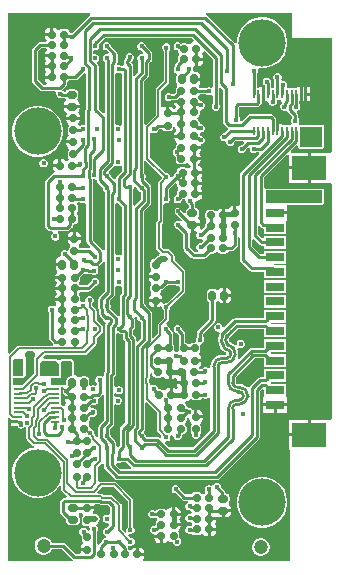
<source format=gbr>
G04*
G04 #@! TF.GenerationSoftware,Altium Limited,Altium Designer,24.9.1 (31)*
G04*
G04 Layer_Physical_Order=1*
G04 Layer_Color=255*
%FSLAX44Y44*%
%MOMM*%
G71*
G04*
G04 #@! TF.SameCoordinates,5A5FE6A1-42EB-4B62-8C37-2C097A76047A*
G04*
G04*
G04 #@! TF.FilePolarity,Positive*
G04*
G01*
G75*
%ADD12C,0.1500*%
G04:AMPARAMS|DCode=14|XSize=0.65mm|YSize=0.6mm|CornerRadius=0.15mm|HoleSize=0mm|Usage=FLASHONLY|Rotation=0.000|XOffset=0mm|YOffset=0mm|HoleType=Round|Shape=RoundedRectangle|*
%AMROUNDEDRECTD14*
21,1,0.6500,0.3000,0,0,0.0*
21,1,0.3500,0.6000,0,0,0.0*
1,1,0.3000,0.1750,-0.1500*
1,1,0.3000,-0.1750,-0.1500*
1,1,0.3000,-0.1750,0.1500*
1,1,0.3000,0.1750,0.1500*
%
%ADD14ROUNDEDRECTD14*%
G04:AMPARAMS|DCode=15|XSize=0.65mm|YSize=0.6mm|CornerRadius=0.15mm|HoleSize=0mm|Usage=FLASHONLY|Rotation=270.000|XOffset=0mm|YOffset=0mm|HoleType=Round|Shape=RoundedRectangle|*
%AMROUNDEDRECTD15*
21,1,0.6500,0.3000,0,0,270.0*
21,1,0.3500,0.6000,0,0,270.0*
1,1,0.3000,-0.1500,-0.1750*
1,1,0.3000,-0.1500,0.1750*
1,1,0.3000,0.1500,0.1750*
1,1,0.3000,0.1500,-0.1750*
%
%ADD15ROUNDEDRECTD15*%
%ADD16R,0.2000X0.7000*%
%ADD17R,0.7000X0.2000*%
%ADD18R,1.6000X0.8000*%
%ADD19R,3.0000X2.1000*%
%ADD28C,0.2200*%
G04:AMPARAMS|DCode=29|XSize=0.8mm|YSize=0.6mm|CornerRadius=0.15mm|HoleSize=0mm|Usage=FLASHONLY|Rotation=0.000|XOffset=0mm|YOffset=0mm|HoleType=Round|Shape=RoundedRectangle|*
%AMROUNDEDRECTD29*
21,1,0.8000,0.3000,0,0,0.0*
21,1,0.5000,0.6000,0,0,0.0*
1,1,0.3000,0.2500,-0.1500*
1,1,0.3000,-0.2500,-0.1500*
1,1,0.3000,-0.2500,0.1500*
1,1,0.3000,0.2500,0.1500*
%
%ADD29ROUNDEDRECTD29*%
G04:AMPARAMS|DCode=30|XSize=0.8mm|YSize=0.6mm|CornerRadius=0.15mm|HoleSize=0mm|Usage=FLASHONLY|Rotation=90.000|XOffset=0mm|YOffset=0mm|HoleType=Round|Shape=RoundedRectangle|*
%AMROUNDEDRECTD30*
21,1,0.8000,0.3000,0,0,90.0*
21,1,0.5000,0.6000,0,0,90.0*
1,1,0.3000,0.1500,0.2500*
1,1,0.3000,0.1500,-0.2500*
1,1,0.3000,-0.1500,-0.2500*
1,1,0.3000,-0.1500,0.2500*
%
%ADD30ROUNDEDRECTD30*%
%ADD31C,0.4000*%
%ADD32C,0.5000*%
%ADD33C,1.2000*%
%ADD34C,4.0000*%
%ADD35C,0.4000*%
G36*
X69241Y462500D02*
X68986Y462449D01*
X68126Y461875D01*
X68125Y461874D01*
X53751Y447500D01*
X53304D01*
X51855Y448524D01*
X51826Y448671D01*
X51163Y449663D01*
X50170Y450326D01*
X49000Y450559D01*
X45500D01*
X44330Y450326D01*
X43505Y449775D01*
X43318Y449666D01*
X41723Y449948D01*
X41413Y450413D01*
X40076Y451306D01*
X38500Y451619D01*
X38020D01*
Y446000D01*
X36750D01*
Y444730D01*
X30881D01*
Y444500D01*
X31194Y442924D01*
X32087Y441587D01*
X32141Y441551D01*
X32592Y440976D01*
X31811Y439651D01*
X27000D01*
X25986Y439449D01*
X25126Y438875D01*
X25126Y438874D01*
X21126Y434874D01*
X20551Y434015D01*
X20349Y433000D01*
X20349Y433000D01*
Y407000D01*
X20349Y407000D01*
X20551Y405985D01*
X21126Y405126D01*
X27125Y399126D01*
X27125Y399126D01*
X27985Y398551D01*
X29000Y398349D01*
X29000Y398349D01*
X39561D01*
X40563Y396849D01*
X40500Y396696D01*
Y395304D01*
X41033Y394017D01*
X42017Y393033D01*
X43304Y392500D01*
X44696D01*
X44707Y392504D01*
X45487Y392349D01*
X45487Y392349D01*
X48347D01*
X49246Y391175D01*
X48993Y389683D01*
X48587Y389413D01*
X47694Y388076D01*
X47381Y386500D01*
Y386270D01*
X54000D01*
X60619D01*
Y386500D01*
X60306Y388076D01*
X59413Y389413D01*
X58948Y389723D01*
X58666Y391318D01*
X58775Y391505D01*
X59326Y392329D01*
X59559Y393500D01*
Y396500D01*
X59326Y397671D01*
X58663Y398663D01*
X57670Y399326D01*
X56500Y399559D01*
X51500D01*
X50329Y399326D01*
X49337Y398663D01*
X48674Y397671D01*
X48670Y397651D01*
X47105D01*
X46967Y397983D01*
X46853Y398096D01*
X46002Y398992D01*
X46829Y400080D01*
X49124Y402375D01*
X49699Y403236D01*
X49901Y404250D01*
X50008Y405642D01*
X50170Y405674D01*
X51163Y406337D01*
X51826Y407329D01*
X51830Y407349D01*
X57000D01*
X57000Y407349D01*
X58014Y407551D01*
X58875Y408125D01*
X63849Y413100D01*
X64296D01*
X64302Y413102D01*
X65549Y412269D01*
Y383242D01*
X65349Y382236D01*
X65349Y382236D01*
Y370439D01*
X63849Y369437D01*
X63696Y369500D01*
X62304D01*
X61017Y368967D01*
X59675Y369326D01*
X59413Y370587D01*
X60306Y371924D01*
X60619Y373500D01*
Y373980D01*
X55000D01*
X49381D01*
Y373500D01*
X49694Y371924D01*
X50587Y370587D01*
X51052Y370277D01*
X51334Y368682D01*
X51225Y368495D01*
X50674Y367671D01*
X50441Y366500D01*
Y363000D01*
X50674Y361829D01*
X51337Y360837D01*
X50641Y359949D01*
X50587Y359913D01*
X49694Y358576D01*
X49381Y357000D01*
Y356520D01*
X55000D01*
Y353980D01*
X49381D01*
Y353500D01*
X49694Y351924D01*
X50587Y350587D01*
X51052Y350277D01*
X51334Y348682D01*
X51225Y348495D01*
X50674Y347671D01*
X50441Y346500D01*
Y343000D01*
X50674Y341829D01*
X51337Y340837D01*
X51334Y340221D01*
X51114Y339182D01*
X50505Y338775D01*
X50318Y338666D01*
X48723Y338948D01*
X48413Y339413D01*
X47076Y340306D01*
X45500Y340619D01*
X45020D01*
Y335000D01*
X43750D01*
Y333730D01*
X37881D01*
Y333500D01*
X38194Y331924D01*
X39087Y330587D01*
X39741Y330151D01*
X39285Y328651D01*
X39000D01*
X39000Y328651D01*
X37985Y328449D01*
X37125Y327874D01*
X32125Y322874D01*
X31551Y322015D01*
X31349Y321000D01*
X31349Y321000D01*
Y284000D01*
X31349Y284000D01*
X31551Y282985D01*
X32125Y282125D01*
X33131Y281120D01*
X34125Y280126D01*
X34125Y280126D01*
X34986Y279551D01*
X36000Y279349D01*
X36000Y279349D01*
X37439D01*
X37839Y278395D01*
X37899Y277849D01*
X37033Y276983D01*
X36500Y275696D01*
Y274304D01*
X37033Y273017D01*
X38017Y272033D01*
X39304Y271500D01*
X40696D01*
X41983Y272033D01*
X42967Y273017D01*
X43500Y274304D01*
Y275696D01*
X42967Y276983D01*
X42101Y277849D01*
X42161Y278395D01*
X42561Y279349D01*
X50000D01*
X50000Y279349D01*
X51014Y279551D01*
X51874Y280126D01*
X54221Y282472D01*
X54796Y283333D01*
X54998Y284347D01*
X55933Y285441D01*
X56000D01*
X57171Y285674D01*
X58163Y286337D01*
X58826Y287330D01*
X59059Y288500D01*
Y291500D01*
X58826Y292670D01*
X58163Y293663D01*
Y295337D01*
X58826Y296329D01*
X59059Y297500D01*
Y300500D01*
X58826Y301670D01*
X58163Y302663D01*
X58153Y302905D01*
X59366Y304293D01*
X60957D01*
X61617Y303633D01*
X62904Y303100D01*
X64296D01*
X64849Y303329D01*
X66349Y302439D01*
Y271000D01*
X66349Y271000D01*
X66551Y269986D01*
X67126Y269125D01*
X69438Y266814D01*
X68966Y265680D01*
X68729Y265401D01*
X60380D01*
X60326Y265671D01*
X59775Y266495D01*
X59666Y266682D01*
X59948Y268277D01*
X60413Y268587D01*
X61306Y269924D01*
X61619Y271500D01*
Y271980D01*
X56000D01*
X50381D01*
Y271500D01*
X50694Y269924D01*
X51587Y268587D01*
X52052Y268277D01*
X52334Y266682D01*
X52225Y266495D01*
X51674Y265671D01*
X51441Y264500D01*
Y263630D01*
X49983Y262967D01*
X48696Y263500D01*
X47304D01*
X46017Y262967D01*
X45033Y261983D01*
X44500Y260696D01*
Y259304D01*
X44577Y259119D01*
X44566Y258918D01*
X43645Y257449D01*
X42924Y257306D01*
X41587Y256413D01*
X40694Y255076D01*
X40381Y253500D01*
Y252270D01*
X46000D01*
Y249730D01*
X40381D01*
Y248500D01*
X40694Y246924D01*
X41142Y246253D01*
X41087Y244413D01*
X40194Y243076D01*
X39881Y241500D01*
Y241270D01*
X45750D01*
Y238730D01*
X39881D01*
Y238500D01*
X40194Y236924D01*
X41087Y235587D01*
Y235413D01*
X40194Y234076D01*
X39881Y232500D01*
Y232270D01*
X45750D01*
Y229730D01*
X39881D01*
Y229500D01*
X40194Y227924D01*
X41087Y226587D01*
Y226413D01*
X40194Y225076D01*
X39881Y223500D01*
Y223270D01*
X45750D01*
Y220730D01*
X39881D01*
Y220500D01*
X40194Y218924D01*
X40335Y218714D01*
X40792Y217922D01*
X40166Y216422D01*
X39298Y216089D01*
X38669Y216097D01*
X37696Y216500D01*
X36304D01*
X35017Y215967D01*
X34033Y214983D01*
X33500Y213696D01*
Y212304D01*
X34033Y211017D01*
X34349Y210701D01*
Y189000D01*
X34349Y189000D01*
X34551Y187986D01*
X35126Y187125D01*
X38126Y184126D01*
X38126Y184125D01*
X38247Y184044D01*
X37792Y182544D01*
X9250D01*
X8372Y182369D01*
X7628Y181872D01*
X1500Y175744D01*
X0Y176366D01*
Y464000D01*
X69093D01*
X69241Y462500D01*
D02*
G37*
G36*
X157521Y441028D02*
X156924Y439505D01*
X155924Y439306D01*
X154587Y438413D01*
X154277Y437948D01*
X152682Y437666D01*
X152495Y437775D01*
X151671Y438326D01*
X150500Y438559D01*
X147000D01*
X146158Y438391D01*
X145583Y438967D01*
X144296Y439500D01*
X142904D01*
X141617Y438967D01*
X140633Y437983D01*
X140100Y436696D01*
Y435304D01*
X140633Y434017D01*
X141617Y433033D01*
X142904Y432500D01*
X143941D01*
X144174Y431329D01*
X144837Y430337D01*
Y428663D01*
X144174Y427671D01*
X143941Y426500D01*
Y423974D01*
X142070Y422102D01*
X141495Y421242D01*
X141293Y420228D01*
X141293Y420228D01*
Y419243D01*
X140633Y418583D01*
X140100Y417296D01*
Y415904D01*
X140633Y414617D01*
X141617Y413633D01*
X142059Y413450D01*
X142694Y411738D01*
X142687Y411690D01*
X142674Y411670D01*
X142441Y410500D01*
Y405500D01*
X142674Y404329D01*
X143186Y403563D01*
X143327Y403292D01*
X142990Y401765D01*
X142837Y401663D01*
X142174Y400671D01*
X141941Y399500D01*
Y397407D01*
X140202Y395667D01*
X138282D01*
X137983Y395967D01*
X136696Y396500D01*
X135304D01*
X134017Y395967D01*
X133033Y394983D01*
X132500Y393696D01*
Y392304D01*
X133033Y391017D01*
X134017Y390033D01*
X135304Y389500D01*
X136696D01*
X137983Y390033D01*
X138315Y390366D01*
X140881D01*
Y390270D01*
X146750D01*
Y387730D01*
X140881D01*
Y387500D01*
X141194Y385924D01*
X141927Y384827D01*
X141249Y383481D01*
X140091Y383330D01*
X139750Y383408D01*
X139413Y383913D01*
X138076Y384806D01*
X136500Y385119D01*
X136270D01*
Y379250D01*
X133730D01*
Y385119D01*
X133500D01*
X131924Y384806D01*
X131044Y384218D01*
X129616Y384816D01*
X129544Y384882D01*
Y398300D01*
X135622Y404378D01*
X135622Y404378D01*
X136119Y405122D01*
X136294Y406000D01*
Y432344D01*
X136967Y433017D01*
X137500Y434304D01*
Y435696D01*
X136967Y436983D01*
X135983Y437967D01*
X134696Y438500D01*
X133304D01*
X132017Y437967D01*
X131033Y436983D01*
X130500Y435696D01*
Y434304D01*
X131033Y433017D01*
X131706Y432344D01*
Y406950D01*
X125628Y400872D01*
X125131Y400128D01*
X124956Y399250D01*
Y378200D01*
X116523Y369768D01*
X115917Y369851D01*
X115023Y370295D01*
Y406274D01*
X118874Y410125D01*
X118875Y410126D01*
X119449Y410985D01*
X119651Y412000D01*
Y421902D01*
X120874Y423125D01*
X120875Y423125D01*
X121449Y423985D01*
X121651Y425000D01*
Y430000D01*
X121651Y430000D01*
X121449Y431015D01*
X120875Y431875D01*
X120874Y431875D01*
X116500Y436249D01*
Y436696D01*
X115967Y437983D01*
X114983Y438967D01*
X113696Y439500D01*
X112304D01*
X111017Y438967D01*
X110033Y437983D01*
X109500Y436696D01*
Y435304D01*
X110033Y434017D01*
X111017Y433033D01*
X112304Y432500D01*
X112751D01*
X114432Y430819D01*
X113800Y429686D01*
X113630Y429500D01*
X112304D01*
X111017Y428967D01*
X110033Y427983D01*
X109500Y426696D01*
Y425304D01*
X110033Y424017D01*
X110349Y423701D01*
Y414331D01*
X107043Y411024D01*
X106087Y411245D01*
X105543Y411601D01*
Y419624D01*
X105543Y419624D01*
X105341Y420639D01*
X104766Y421499D01*
X104766Y421499D01*
X104469Y421796D01*
X104821Y423566D01*
X104983Y423633D01*
X105967Y424617D01*
X106500Y425904D01*
Y427296D01*
X105967Y428583D01*
X104983Y429567D01*
X103696Y430100D01*
X102304D01*
X101017Y429567D01*
X100033Y428583D01*
X99500Y427296D01*
Y426549D01*
X98645Y425694D01*
X98070Y424834D01*
X97868Y423819D01*
X97868Y423819D01*
Y421997D01*
X97868Y421997D01*
X98070Y420982D01*
X98114Y420917D01*
X98091Y420759D01*
X97282Y419462D01*
X95688D01*
X95583Y419567D01*
X94296Y420100D01*
X92950D01*
X92424Y420601D01*
X92033Y421363D01*
X92449Y421986D01*
X92651Y423000D01*
Y429600D01*
X92651Y429600D01*
X92449Y430614D01*
X91875Y431474D01*
X87100Y436249D01*
Y436696D01*
X86567Y437983D01*
X85583Y438967D01*
X84296Y439500D01*
X82904D01*
X81617Y438967D01*
X80633Y437983D01*
X80100Y436696D01*
Y435304D01*
X80633Y434017D01*
X81617Y433033D01*
X82904Y432500D01*
X83351D01*
X85032Y430819D01*
X84400Y429686D01*
X84230Y429500D01*
X82904D01*
X81617Y428967D01*
X80633Y427983D01*
X80100Y426696D01*
Y425304D01*
X80633Y424017D01*
X81617Y423033D01*
X81849Y422937D01*
Y379860D01*
X80463Y379286D01*
X76651Y383098D01*
Y419095D01*
X76449Y420109D01*
X75875Y420969D01*
X75874Y420969D01*
X75284Y421559D01*
X75577Y423031D01*
X75583Y423033D01*
X76567Y424017D01*
X77100Y425304D01*
Y426696D01*
X76567Y427983D01*
X75583Y428967D01*
X74296Y429500D01*
X72904D01*
X71737Y430297D01*
Y431695D01*
X72917Y432500D01*
X74296D01*
X75583Y433033D01*
X76567Y434017D01*
X77100Y435304D01*
Y436696D01*
X76615Y437866D01*
X82098Y443349D01*
X155200D01*
X157521Y441028D01*
D02*
G37*
G36*
X173349Y425200D02*
Y401722D01*
X172515Y401261D01*
X171849Y401022D01*
X170696Y401500D01*
X169304D01*
X168017Y400967D01*
X167701Y400651D01*
X162111D01*
X161267Y401918D01*
X161742Y403080D01*
X162306Y403924D01*
X162619Y405500D01*
Y406730D01*
X157000D01*
Y409270D01*
X162619D01*
Y410500D01*
X162306Y412076D01*
X161413Y413413D01*
X160076Y414306D01*
X158500Y414619D01*
X157426D01*
X156424Y416119D01*
X156500Y416304D01*
Y417696D01*
X156340Y418082D01*
X157419Y419397D01*
X157500Y419381D01*
X157980D01*
Y425000D01*
X159250D01*
Y426270D01*
X165119D01*
Y426500D01*
X164806Y428076D01*
X163913Y429413D01*
Y429587D01*
X164806Y430924D01*
X164921Y431507D01*
X166549Y432000D01*
X173349Y425200D01*
D02*
G37*
G36*
X240000Y443000D02*
X274000D01*
Y346137D01*
X272540Y346040D01*
Y346040D01*
X256270D01*
Y333000D01*
Y319960D01*
X272540D01*
Y319960D01*
X274000Y319863D01*
Y120136D01*
X272540Y120040D01*
Y120040D01*
X256270D01*
Y107000D01*
X255000D01*
Y105730D01*
X237460D01*
Y93960D01*
X239000D01*
Y0D01*
X114487D01*
X114032Y1500D01*
X114163Y1587D01*
X115056Y2924D01*
X115369Y4500D01*
Y4730D01*
X109500D01*
Y6000D01*
X108230D01*
Y11619D01*
X107750D01*
X106174Y11306D01*
X104837Y10413D01*
X104527Y9948D01*
X102932Y9666D01*
X102745Y9775D01*
X101921Y10326D01*
X101651Y11200D01*
X101479Y12067D01*
X101847Y12578D01*
X102569Y13239D01*
X102904Y13100D01*
X104296D01*
X105583Y13633D01*
X106567Y14617D01*
X107100Y15904D01*
Y17296D01*
X106567Y18583D01*
X105583Y19567D01*
X104296Y20100D01*
X103344D01*
X101306Y22138D01*
X102156Y23410D01*
X102904Y23100D01*
X104296D01*
X105583Y23633D01*
X106567Y24617D01*
X107100Y25904D01*
Y27296D01*
X106567Y28583D01*
X105894Y29256D01*
Y51779D01*
X105719Y52657D01*
X105222Y53402D01*
X91752Y66872D01*
X91007Y67369D01*
X90129Y67544D01*
X78699D01*
X78699Y67544D01*
X77821Y67369D01*
X77794Y67351D01*
X76294Y68153D01*
Y79544D01*
X79449Y82699D01*
X80921Y82182D01*
X80949Y82159D01*
Y80400D01*
X80949Y80400D01*
X81151Y79386D01*
X81726Y78526D01*
X90525Y69726D01*
X90526Y69725D01*
X91385Y69151D01*
X92400Y68949D01*
X176833D01*
X176833Y68949D01*
X177847Y69151D01*
X178707Y69725D01*
X212202Y103220D01*
X212202Y103221D01*
X212777Y104080D01*
X212978Y105095D01*
X212978Y105095D01*
Y143997D01*
X215000Y146018D01*
X216500Y145397D01*
X216500Y140109D01*
X215460Y139040D01*
X215460Y138431D01*
Y133770D01*
X226000D01*
X236540D01*
Y138431D01*
X236540Y139040D01*
X235500Y140109D01*
X235500Y140540D01*
Y150500D01*
X222830D01*
X222405Y151250D01*
X222830Y152000D01*
X235500D01*
Y163000D01*
X216500D01*
Y155751D01*
X213100D01*
X213100Y155751D01*
X212085Y155549D01*
X211225Y154974D01*
X211225Y154974D01*
X204753Y148502D01*
X204178Y147642D01*
X203212Y147362D01*
X202580Y147294D01*
X200620Y148798D01*
X198212Y149795D01*
X195627Y150135D01*
Y150101D01*
X193600D01*
Y150105D01*
X192932Y150382D01*
X192655Y151050D01*
X192651D01*
Y155652D01*
X208748Y171749D01*
X216500D01*
Y164500D01*
X235500D01*
Y175500D01*
X222830D01*
X222405Y176250D01*
X222830Y177000D01*
X235500D01*
Y188000D01*
X216500D01*
Y180751D01*
X206118D01*
X206117Y180751D01*
X205103Y180549D01*
X204243Y179974D01*
X204243Y179974D01*
X195469Y171201D01*
X194198Y172050D01*
X194656Y173158D01*
X194997Y175743D01*
X194656Y178327D01*
X193979Y179963D01*
X194655Y180660D01*
X195189Y180962D01*
X196304Y180500D01*
X197696D01*
X198983Y181033D01*
X199967Y182017D01*
X200500Y183304D01*
Y184696D01*
X199967Y185983D01*
X198983Y186967D01*
X197696Y187500D01*
X196304D01*
X195017Y186967D01*
X194033Y185983D01*
X193500Y184696D01*
Y183406D01*
X193397Y183316D01*
X192072Y182803D01*
X190004Y184390D01*
X187596Y185388D01*
X187517Y185398D01*
X187219Y185844D01*
X186852Y187689D01*
X187204Y189455D01*
X190917Y193168D01*
X190917Y193168D01*
X194498Y196749D01*
X216500D01*
Y189500D01*
X235500D01*
Y200500D01*
X222830D01*
X222405Y201250D01*
X222830Y202000D01*
X235500D01*
Y213000D01*
X216500D01*
Y205751D01*
X191868D01*
X191867Y205751D01*
X190853Y205549D01*
X189993Y204974D01*
X189993Y204974D01*
X183000Y197981D01*
X181500Y198603D01*
Y198696D01*
X180967Y199983D01*
X179983Y200967D01*
X178696Y201500D01*
X177304D01*
X176017Y200967D01*
X175033Y199983D01*
X174500Y198696D01*
Y197304D01*
X175033Y196017D01*
X176017Y195033D01*
X177304Y194500D01*
X177983D01*
X179016Y193181D01*
X179032Y193114D01*
X178272Y191279D01*
X177799Y187689D01*
X178272Y184098D01*
X179658Y180752D01*
X181757Y178017D01*
X181757Y178017D01*
X181803Y177984D01*
X183275Y177001D01*
X184092Y176838D01*
X184734Y175428D01*
X184308Y174793D01*
X181300D01*
Y174828D01*
X178716Y174488D01*
X176307Y173490D01*
X174239Y171903D01*
X172652Y169835D01*
X171655Y167427D01*
X171315Y164843D01*
X171315D01*
X171111Y163676D01*
X169692Y163258D01*
X168983Y163967D01*
X167696Y164500D01*
X166304D01*
X165017Y163967D01*
X164033Y162983D01*
X163895Y162651D01*
X162051D01*
X161392Y163970D01*
X162043Y164840D01*
X162413Y165087D01*
X163306Y166424D01*
X163619Y168000D01*
Y168480D01*
X158000D01*
Y171020D01*
X163619D01*
Y171500D01*
X163306Y173076D01*
X162413Y174413D01*
X161948Y174723D01*
X161666Y176318D01*
X161775Y176505D01*
X162326Y177330D01*
X162559Y178500D01*
Y182000D01*
X162439Y182600D01*
X163208Y183945D01*
X163463Y184169D01*
X164583Y184633D01*
X165567Y185617D01*
X166100Y186904D01*
Y188296D01*
X165567Y189583D01*
X165251Y189899D01*
Y192502D01*
X174874Y202125D01*
X174874Y202125D01*
X175449Y202985D01*
X175651Y204000D01*
Y219347D01*
X176825Y220246D01*
X178317Y219993D01*
X178587Y219587D01*
X179924Y218694D01*
X181500Y218381D01*
X181730D01*
Y225000D01*
Y231619D01*
X181500D01*
X179924Y231306D01*
X178587Y230413D01*
X178277Y229948D01*
X176682Y229666D01*
X176495Y229775D01*
X175671Y230326D01*
X174500Y230559D01*
X171500D01*
X170329Y230326D01*
X169337Y229663D01*
X168674Y228671D01*
X168441Y227500D01*
Y222500D01*
X168674Y221329D01*
X169337Y220337D01*
X170329Y219674D01*
X170349Y219670D01*
Y205098D01*
X160725Y195474D01*
X160151Y194615D01*
X159949Y193600D01*
X159949Y193600D01*
Y189899D01*
X159633Y189583D01*
X159100Y188296D01*
Y186904D01*
X159243Y186559D01*
X158241Y185059D01*
X156500D01*
X155330Y184826D01*
X154337Y184163D01*
X152663D01*
X151671Y184826D01*
X150500Y185059D01*
X149991D01*
X149726Y186419D01*
X149651Y186798D01*
Y192713D01*
X149651Y192713D01*
X149449Y193727D01*
X148875Y194587D01*
X148874Y194587D01*
X147100Y196362D01*
Y197296D01*
X146567Y198583D01*
X145583Y199567D01*
X144296Y200100D01*
X142904D01*
X141617Y199567D01*
X140633Y198583D01*
X140100Y197296D01*
Y195904D01*
X140633Y194617D01*
X141617Y193633D01*
X142836Y193128D01*
X144349Y191615D01*
Y186495D01*
X144349Y186495D01*
X144424Y186116D01*
Y184641D01*
X144424Y184641D01*
X144626Y183627D01*
X144696Y183522D01*
Y183203D01*
X144674Y183171D01*
X144441Y182000D01*
Y178500D01*
X144463Y178392D01*
X143148Y177313D01*
X142696Y177500D01*
X141889D01*
X140870Y178266D01*
X140559Y178815D01*
Y182000D01*
X140326Y183171D01*
X139663Y184163D01*
X139651Y184171D01*
Y192713D01*
X139651Y192713D01*
X139449Y193727D01*
X138875Y194587D01*
X138874Y194587D01*
X137100Y196362D01*
Y197296D01*
X136567Y198583D01*
X135583Y199567D01*
X134416Y200050D01*
X134132Y200644D01*
X133844Y201600D01*
X135622Y203378D01*
X136119Y204122D01*
X136294Y205000D01*
Y212344D01*
X136967Y213017D01*
X137500Y214304D01*
Y215256D01*
X149472Y227228D01*
X149969Y227972D01*
X150144Y228850D01*
X150144Y228850D01*
Y245140D01*
X149969Y246017D01*
X149472Y246762D01*
X141044Y255190D01*
Y258250D01*
X140869Y259128D01*
X140372Y259872D01*
X136622Y263622D01*
X135878Y264119D01*
X135000Y264294D01*
X131950D01*
X130044Y266200D01*
Y285800D01*
X130782Y286538D01*
X130782Y286538D01*
X131280Y287282D01*
X131454Y288160D01*
X131454Y288160D01*
Y302077D01*
X132904Y303100D01*
X134296D01*
X135583Y303633D01*
X136567Y304617D01*
X137100Y305904D01*
Y307296D01*
X136567Y308583D01*
X136251Y308899D01*
Y314902D01*
X141441Y320092D01*
X142941Y319471D01*
Y318500D01*
X143174Y317330D01*
X143837Y316337D01*
Y314663D01*
X143174Y313671D01*
X142941Y312500D01*
Y310100D01*
X142904D01*
X141617Y309567D01*
X140633Y308583D01*
X140100Y307296D01*
Y305904D01*
X140633Y304617D01*
X141617Y303633D01*
X142904Y303100D01*
X144296D01*
X145583Y303633D01*
X146567Y304617D01*
X147100Y305904D01*
Y306441D01*
X149500D01*
X149794Y306273D01*
X150800Y305170D01*
Y304304D01*
X151333Y303017D01*
X152317Y302033D01*
X153349Y301605D01*
Y299529D01*
X152330Y299326D01*
X151337Y298663D01*
X150674Y297670D01*
X150441Y296500D01*
Y295146D01*
X148941Y294524D01*
X146098Y297367D01*
X146049Y297614D01*
X145475Y298475D01*
X144614Y299049D01*
X143600Y299251D01*
X142585Y299049D01*
X141726Y298475D01*
X141151Y297614D01*
X140949Y296600D01*
Y296117D01*
X140949Y296117D01*
X141151Y295102D01*
X141726Y294242D01*
X146866Y289101D01*
X145983Y287967D01*
X144696Y288500D01*
X143304D01*
X142017Y287967D01*
X141033Y286983D01*
X140500Y285696D01*
Y284304D01*
X141033Y283017D01*
X142017Y282033D01*
X143304Y281500D01*
X143751D01*
X148349Y276902D01*
Y265000D01*
X148349Y265000D01*
X148551Y263986D01*
X149125Y263125D01*
X155126Y257125D01*
X155985Y256551D01*
X157000Y256349D01*
X157000Y256349D01*
X165500D01*
X165500Y256349D01*
X166514Y256551D01*
X167374Y257125D01*
X170690Y260441D01*
X173500D01*
X174671Y260674D01*
X175663Y261337D01*
X176186Y262120D01*
X177000Y262235D01*
X177814Y262120D01*
X178337Y261337D01*
X179329Y260674D01*
X180500Y260441D01*
X184000D01*
X185170Y260674D01*
X186163Y261337D01*
X186826Y262330D01*
X186830Y262349D01*
X189000D01*
X189000Y262349D01*
X190014Y262551D01*
X190875Y263125D01*
X193874Y266126D01*
X193874Y266126D01*
X194449Y266985D01*
X194651Y268000D01*
X194651Y268000D01*
Y274426D01*
X194801Y274711D01*
X194849Y274740D01*
X196349Y273891D01*
Y255289D01*
X196349Y255289D01*
X196551Y254274D01*
X197125Y253414D01*
X204514Y246026D01*
X204514Y246026D01*
X205374Y245451D01*
X206389Y245249D01*
X206389Y245249D01*
X216500D01*
Y239500D01*
X235500D01*
Y250500D01*
X224863D01*
X224747Y250629D01*
X225355Y252000D01*
X235500D01*
Y263000D01*
X216500D01*
Y260151D01*
X213598D01*
X206651Y267098D01*
Y272211D01*
X208151Y272833D01*
X212858Y268125D01*
X213718Y267551D01*
X214733Y267349D01*
X216500D01*
Y264500D01*
X235500D01*
Y275500D01*
X216500D01*
Y274103D01*
X215000Y273482D01*
X211651Y276831D01*
Y283479D01*
X213151Y284100D01*
X214242Y283009D01*
X214242Y283009D01*
X215102Y282434D01*
X216117Y282232D01*
X216500Y280822D01*
Y277000D01*
X235500D01*
Y288000D01*
X236540Y288460D01*
Y293730D01*
X226000D01*
Y296270D01*
X236540D01*
Y301540D01*
X237901Y301876D01*
X266000D01*
X267148Y302352D01*
X267624Y303500D01*
Y314000D01*
X267148Y315148D01*
X266000Y315624D01*
X218000D01*
X216751Y316730D01*
Y325002D01*
X236074Y344325D01*
X237460Y343751D01*
Y334270D01*
X253730D01*
Y346040D01*
X239749D01*
X239175Y347426D01*
X243991Y352242D01*
X245376Y351668D01*
Y351000D01*
X245852Y349852D01*
X247000Y349376D01*
X266000D01*
X267148Y349852D01*
X267624Y351000D01*
Y368000D01*
X267148Y369148D01*
X266000Y369624D01*
X247000D01*
X246943Y369600D01*
X246671D01*
X245967Y371017D01*
X246500Y372304D01*
Y373696D01*
X245967Y374983D01*
X245651Y375299D01*
Y378000D01*
X245651Y378000D01*
X245449Y379015D01*
X244874Y379874D01*
X244874Y379875D01*
X244734Y380015D01*
X244724Y380378D01*
X245173Y381697D01*
X245983Y382033D01*
X246967Y383017D01*
X247500Y384304D01*
Y385696D01*
X246967Y386983D01*
X246651Y387299D01*
Y389360D01*
X246730D01*
Y395400D01*
Y401440D01*
X244460D01*
Y400400D01*
X237310D01*
X236333Y401900D01*
X236500Y402304D01*
Y403696D01*
X235967Y404983D01*
X234983Y405967D01*
X233696Y406500D01*
X232304D01*
X232151Y406437D01*
X231765Y406694D01*
X230967Y408017D01*
X231500Y409304D01*
Y410696D01*
X230967Y411983D01*
X229983Y412967D01*
X228696Y413500D01*
X227304D01*
X226017Y412967D01*
X225033Y411983D01*
X224500Y410696D01*
Y409304D01*
X225033Y408017D01*
X225349Y407701D01*
Y400400D01*
X222651D01*
Y404513D01*
X222651Y404513D01*
X222496Y405293D01*
X222500Y405304D01*
Y406696D01*
X221967Y407983D01*
X220983Y408967D01*
X219696Y409500D01*
X218304D01*
X217017Y408967D01*
X216033Y407983D01*
X215500Y406696D01*
Y405304D01*
X216033Y404017D01*
X217017Y403033D01*
X217349Y402896D01*
Y401440D01*
X217270D01*
Y395400D01*
Y389360D01*
X219540D01*
X220500Y388304D01*
X221033Y387017D01*
X222017Y386033D01*
X223304Y385500D01*
X224696D01*
X225983Y386033D01*
X226967Y387017D01*
X227500Y388304D01*
Y389696D01*
X227970Y390400D01*
X230787D01*
X231093Y390113D01*
X231804Y388900D01*
X231693Y388344D01*
X231693Y388344D01*
Y387643D01*
X231033Y386983D01*
X230500Y385696D01*
Y384304D01*
X231033Y383017D01*
X232017Y382033D01*
X233304Y381500D01*
X234696D01*
X236151Y381385D01*
X236726Y380526D01*
X240349Y376902D01*
Y375299D01*
X240033Y374983D01*
X239500Y373696D01*
Y372304D01*
X240033Y371017D01*
X239329Y369600D01*
X231540D01*
Y370640D01*
X229270D01*
Y364600D01*
X226730D01*
Y370640D01*
X226651D01*
Y374711D01*
X226449Y375726D01*
X225875Y376586D01*
X225874Y376586D01*
X224586Y377874D01*
X223726Y378449D01*
X222711Y378651D01*
X222711Y378651D01*
X205000D01*
X203986Y378449D01*
X203125Y377874D01*
X203125Y377874D01*
X197819Y372568D01*
X196686Y373200D01*
X196500Y373370D01*
Y374696D01*
X195967Y375983D01*
X195651Y376299D01*
Y384349D01*
X210711D01*
X210711Y384349D01*
X211726Y384551D01*
X212586Y385126D01*
X213874Y386414D01*
X213874Y386414D01*
X214449Y387274D01*
X214651Y388289D01*
Y389360D01*
X214730D01*
Y395400D01*
Y401440D01*
X212460D01*
Y400400D01*
X210651D01*
Y412701D01*
X210967Y413017D01*
X211500Y414304D01*
Y415696D01*
X211252Y416295D01*
X212292Y417617D01*
X212882Y417500D01*
X217118D01*
X221271Y418326D01*
X225184Y419947D01*
X228705Y422300D01*
X231700Y425295D01*
X234053Y428816D01*
X235674Y432729D01*
X236500Y436882D01*
Y441118D01*
X235674Y445271D01*
X234053Y449184D01*
X231700Y452705D01*
X228705Y455700D01*
X225184Y458053D01*
X221271Y459674D01*
X217118Y460500D01*
X212882D01*
X208729Y459674D01*
X204816Y458053D01*
X201295Y455700D01*
X198300Y452705D01*
X195947Y449184D01*
X194326Y445271D01*
X193500Y441118D01*
Y439142D01*
X192000Y438687D01*
X191875Y438875D01*
X168874Y461875D01*
X168015Y462449D01*
X167759Y462500D01*
X167906Y464000D01*
X240000D01*
Y443000D01*
D02*
G37*
G36*
X96381Y412714D02*
X96541Y412530D01*
Y369530D01*
X95041Y368909D01*
X94983Y368967D01*
X93696Y369500D01*
X92304D01*
X90851Y370522D01*
Y412439D01*
X92351Y413329D01*
X92904Y413100D01*
X94296D01*
X95041Y413409D01*
X96381Y412714D01*
D02*
G37*
G36*
X32592Y433024D02*
X32141Y432449D01*
X32087Y432413D01*
X31194Y431076D01*
X30881Y429500D01*
Y429270D01*
X36750D01*
Y426730D01*
X30881D01*
Y426500D01*
X31194Y424924D01*
X32087Y423587D01*
Y423413D01*
X31194Y422076D01*
X30881Y420500D01*
Y420270D01*
X36750D01*
Y417730D01*
X30881D01*
Y417500D01*
X31194Y415924D01*
X32087Y414587D01*
Y414413D01*
X31194Y413076D01*
X30881Y411500D01*
Y411270D01*
X36750D01*
Y408730D01*
X30881D01*
Y408500D01*
X31194Y406924D01*
X32087Y405587D01*
X32740Y405151D01*
X32285Y403651D01*
X30098D01*
X25651Y408098D01*
Y431902D01*
X28098Y434349D01*
X31811D01*
X32592Y433024D01*
D02*
G37*
G36*
X181623Y399418D02*
Y372274D01*
X181623Y372274D01*
X181824Y371259D01*
X182399Y370399D01*
X185273Y367525D01*
X185502Y367372D01*
X185823Y365715D01*
X185775Y365524D01*
X182751Y362500D01*
X182304D01*
X181017Y361967D01*
X180033Y360983D01*
X179500Y359696D01*
Y358304D01*
X180033Y357017D01*
X181017Y356033D01*
X182304Y355500D01*
X183696D01*
X184500Y354304D01*
X185033Y353017D01*
X186017Y352033D01*
X187304Y351500D01*
X188696D01*
X189983Y352033D01*
X190967Y353017D01*
X191500Y354304D01*
Y354751D01*
X192598Y355849D01*
X199140D01*
X199714Y354463D01*
X197751Y352500D01*
X197304D01*
X196017Y351967D01*
X195033Y350983D01*
X194500Y349696D01*
Y348304D01*
X195033Y347017D01*
X196017Y346033D01*
X197304Y345500D01*
X198696D01*
X199983Y346033D01*
X200967Y347017D01*
X201500Y348304D01*
Y348751D01*
X203181Y350432D01*
X204314Y349800D01*
X204500Y349630D01*
Y348304D01*
X205033Y347017D01*
X206017Y346033D01*
X207304Y345500D01*
X208696D01*
X209983Y346033D01*
X210299Y346349D01*
X212217D01*
X212791Y344963D01*
X197125Y329298D01*
X196551Y328438D01*
X196349Y327423D01*
X196349Y327423D01*
Y301510D01*
X194849Y300851D01*
X193500Y301119D01*
X193270D01*
Y295250D01*
X190730D01*
Y301119D01*
X190500D01*
X188924Y300806D01*
X187587Y299913D01*
X187058Y299120D01*
X185901Y298484D01*
X185129Y298395D01*
X184000Y298619D01*
X183520D01*
Y293000D01*
X180980D01*
Y298619D01*
X180500D01*
X178924Y298306D01*
X177587Y297413D01*
X177277Y296948D01*
X175682Y296666D01*
X175495Y296775D01*
X174671Y297326D01*
X173500Y297559D01*
X170000D01*
X168829Y297326D01*
X167837Y296663D01*
X167174Y295671D01*
X166941Y294500D01*
Y291500D01*
X167174Y290329D01*
X167837Y289337D01*
Y287663D01*
X167174Y286670D01*
X166941Y285500D01*
Y283690D01*
X163548Y280297D01*
X163253Y280208D01*
X163002Y280266D01*
X162306Y281924D01*
X162619Y283500D01*
Y283730D01*
X157270D01*
Y279381D01*
X158500D01*
X159511Y279582D01*
X160250Y278200D01*
X160033Y277983D01*
X159500Y276696D01*
Y275304D01*
X160033Y274017D01*
X161017Y273033D01*
X162304Y272500D01*
X163696D01*
X164067Y272654D01*
X164916Y271382D01*
X163034Y269500D01*
X162304D01*
X161017Y268967D01*
X160033Y267983D01*
X159500Y266696D01*
Y265304D01*
X160033Y264017D01*
X160899Y263151D01*
X160839Y262605D01*
X160439Y261651D01*
X158098D01*
X153651Y266098D01*
Y278000D01*
X154730Y279221D01*
Y285000D01*
X156000D01*
Y286270D01*
X162619D01*
Y286500D01*
X162306Y288076D01*
X161413Y289413D01*
X160948Y289723D01*
X160666Y291318D01*
X160775Y291505D01*
X161326Y292330D01*
X161559Y293500D01*
Y296500D01*
X161326Y297670D01*
X160663Y298663D01*
X159670Y299326D01*
X158651Y299529D01*
Y302813D01*
X158449Y303827D01*
X158413Y303881D01*
X159215Y305381D01*
X160000D01*
X161576Y305694D01*
X162913Y306587D01*
X163806Y307924D01*
X164119Y309500D01*
Y309730D01*
X158250D01*
Y312270D01*
X164119D01*
Y312500D01*
X163806Y314076D01*
X163665Y314286D01*
X162963Y315500D01*
X163665Y316714D01*
X163806Y316924D01*
X164119Y318500D01*
Y318730D01*
X158250D01*
Y321270D01*
X164119D01*
Y321500D01*
X163806Y323076D01*
X162913Y324413D01*
Y324587D01*
X163806Y325924D01*
X164119Y327500D01*
Y327730D01*
X158250D01*
Y330270D01*
X164119D01*
Y330500D01*
X163806Y332076D01*
X162913Y333413D01*
X161576Y334306D01*
X161137Y334393D01*
X160968Y335956D01*
X161913Y336587D01*
X162806Y337924D01*
X163119Y339500D01*
Y339730D01*
X157250D01*
Y342270D01*
X163119D01*
Y342500D01*
X162806Y344076D01*
X161913Y345413D01*
Y345587D01*
X162806Y346924D01*
X163119Y348500D01*
Y348730D01*
X157250D01*
Y351270D01*
X163119D01*
Y351500D01*
X163099Y351600D01*
X163696Y353100D01*
X164174Y353298D01*
X164983Y353633D01*
X165967Y354617D01*
X166500Y355904D01*
Y357296D01*
X165967Y358583D01*
X164983Y359567D01*
X163696Y360100D01*
X162762D01*
X162640Y360221D01*
X162416Y360372D01*
X162245Y361986D01*
X163206Y363100D01*
X163696D01*
X164983Y363633D01*
X165967Y364617D01*
X166500Y365904D01*
Y367296D01*
X165967Y368583D01*
X164983Y369567D01*
X163696Y370100D01*
X162304D01*
X162059Y370264D01*
Y371500D01*
X161826Y372671D01*
X161163Y373663D01*
X160380Y374186D01*
X160265Y375000D01*
X160380Y375814D01*
X161163Y376337D01*
X161826Y377329D01*
X162059Y378500D01*
Y381114D01*
X162137Y381559D01*
X163389Y382500D01*
X163696D01*
X164983Y383033D01*
X165967Y384017D01*
X166500Y385304D01*
Y386696D01*
X165967Y387983D01*
X164983Y388967D01*
X163696Y389500D01*
X162624D01*
X162181Y389796D01*
X162059Y389820D01*
Y390500D01*
X161826Y391670D01*
X161163Y392663D01*
Y394125D01*
X162244Y395349D01*
X167701D01*
X168017Y395033D01*
X169304Y394500D01*
X170696D01*
X171849Y394977D01*
X172515Y394739D01*
X173349Y394278D01*
Y387299D01*
X173033Y386983D01*
X172500Y385696D01*
Y384304D01*
X173033Y383017D01*
X174017Y382033D01*
X175304Y381500D01*
X176696D01*
X177983Y382033D01*
X178967Y383017D01*
X179500Y384304D01*
Y385696D01*
X178967Y386983D01*
X178651Y387299D01*
Y400430D01*
X180037Y401004D01*
X181623Y399418D01*
D02*
G37*
G36*
X141194Y366924D02*
X142087Y365587D01*
Y364413D01*
X141194Y363076D01*
X140881Y361500D01*
Y361270D01*
X146750D01*
Y358730D01*
X140881D01*
Y358500D01*
X141194Y356924D01*
X142087Y355587D01*
X142552Y355277D01*
X142834Y353682D01*
X142725Y353495D01*
X142174Y352671D01*
X141941Y351500D01*
Y349950D01*
X141017Y349567D01*
X140033Y348583D01*
X139500Y347296D01*
Y345904D01*
X140033Y344617D01*
X140797Y343854D01*
X140895Y343358D01*
X141470Y342498D01*
X141941Y342026D01*
Y339500D01*
X142174Y338330D01*
X142837Y337337D01*
X143829Y336674D01*
X145000Y336441D01*
X148500D01*
X149670Y336674D01*
X150495Y337225D01*
X150682Y337334D01*
X152277Y337052D01*
X152587Y336587D01*
X153924Y335694D01*
X154363Y335607D01*
X154532Y334044D01*
X153587Y333413D01*
X153277Y332948D01*
X151682Y332666D01*
X151495Y332775D01*
X150670Y333326D01*
X149500Y333559D01*
X146000D01*
X144830Y333326D01*
X143837Y332663D01*
X143174Y331670D01*
X142941Y330500D01*
Y329500D01*
X142904D01*
X141617Y328967D01*
X140633Y327983D01*
X140100Y326696D01*
Y326249D01*
X139000Y325149D01*
X137500Y325696D01*
X136967Y326983D01*
X135983Y327967D01*
X134696Y328500D01*
X133744D01*
X120294Y341950D01*
Y362235D01*
X121004Y362663D01*
X121794Y362960D01*
X122904Y362500D01*
X124296D01*
X125583Y363033D01*
X126567Y364017D01*
X127072Y365236D01*
X127935Y366099D01*
X130620D01*
X130674Y365829D01*
X131337Y364837D01*
X132330Y364174D01*
X133500Y363941D01*
X136500D01*
X137670Y364174D01*
X138663Y364837D01*
X139326Y365829D01*
X139559Y367000D01*
Y367458D01*
X141059Y367606D01*
X141194Y366924D01*
D02*
G37*
G36*
X266000Y351000D02*
X247000D01*
Y368000D01*
X266000D01*
Y351000D01*
D02*
G37*
G36*
X96541Y334470D02*
Y330488D01*
X92070Y326017D01*
X91495Y325157D01*
X91293Y324142D01*
X91293Y324142D01*
Y324015D01*
X89908Y323441D01*
X87100Y326249D01*
Y326696D01*
X86567Y327983D01*
X85583Y328967D01*
X85577Y328969D01*
X85284Y330441D01*
X89386Y334543D01*
X91017Y335033D01*
X92304Y334500D01*
X93696D01*
X94983Y335033D01*
X95041Y335091D01*
X96541Y334470D01*
D02*
G37*
G36*
X266000Y303500D02*
X218000D01*
Y314000D01*
X266000D01*
Y303500D01*
D02*
G37*
G36*
X109500Y315751D02*
Y315304D01*
X110033Y314017D01*
X111017Y313033D01*
X112304Y312500D01*
X112349D01*
Y306331D01*
X107043Y301024D01*
X106087Y301245D01*
X105543Y301601D01*
Y314193D01*
X105967Y314617D01*
X106500Y315904D01*
Y316630D01*
X108000Y317251D01*
X109500Y315751D01*
D02*
G37*
G36*
X74665Y322859D02*
X74915Y322531D01*
X74966Y322402D01*
X75151Y321473D01*
X75725Y320612D01*
X80100Y316238D01*
Y315304D01*
X80633Y314017D01*
X81617Y313033D01*
X81849Y312937D01*
Y263719D01*
X80349Y263264D01*
X80075Y263675D01*
X80074Y263675D01*
X71651Y272098D01*
Y323064D01*
X72304Y323500D01*
X73696D01*
X73702Y323502D01*
X74665Y322859D01*
D02*
G37*
G36*
X92904Y303100D02*
X93351D01*
X96541Y299910D01*
Y259530D01*
X95041Y258909D01*
X94983Y258967D01*
X93696Y259500D01*
X92304D01*
X90851Y260522D01*
Y302439D01*
X92351Y303329D01*
X92904Y303100D01*
D02*
G37*
G36*
X81849Y253281D02*
Y228731D01*
X77126Y224007D01*
X76551Y223147D01*
X76349Y222133D01*
X76349Y222132D01*
Y214095D01*
X76349Y214095D01*
X76551Y213080D01*
X77126Y212220D01*
X77249Y212097D01*
Y209067D01*
X77249Y209067D01*
X77451Y208053D01*
X78025Y207193D01*
X80193Y205026D01*
X80193Y205026D01*
X80224Y205005D01*
X80633Y204017D01*
X81617Y203033D01*
X82070Y202845D01*
X82285Y202529D01*
X82616Y201114D01*
X82355Y200723D01*
X82153Y199709D01*
X82153Y199709D01*
Y161240D01*
X81826Y160912D01*
X81251Y160052D01*
X81049Y159038D01*
X81049Y159038D01*
Y157022D01*
X79549Y156401D01*
X79483Y156467D01*
X78196Y157000D01*
X76804D01*
X75517Y156467D01*
X74533Y155483D01*
X74000Y154196D01*
Y152804D01*
X74533Y151517D01*
X74849Y151201D01*
Y149661D01*
X73349Y148829D01*
X72696Y149100D01*
X71304D01*
X70017Y148567D01*
X68559Y149230D01*
Y153500D01*
X68326Y154670D01*
X67663Y155663D01*
X66670Y156326D01*
X65500Y156559D01*
X62500D01*
X61329Y156326D01*
X60505Y155775D01*
X60318Y155666D01*
X58723Y155948D01*
X58413Y156413D01*
X57076Y157306D01*
X55624Y157595D01*
Y169000D01*
X55148Y170148D01*
X54148Y171148D01*
X53000Y171624D01*
X46000D01*
X44852Y171148D01*
X43852Y170148D01*
X42205Y170091D01*
X41148Y171148D01*
X40000Y171624D01*
X30123D01*
X29502Y173124D01*
X31084Y174706D01*
X65000D01*
X65878Y174881D01*
X66622Y175378D01*
X74322Y183078D01*
X74322Y183078D01*
X74819Y183822D01*
X74994Y184700D01*
Y188739D01*
X79472Y193217D01*
X79970Y193962D01*
X80144Y194840D01*
Y198360D01*
X79970Y199238D01*
X79472Y199982D01*
X74994Y204461D01*
Y212133D01*
X74819Y213011D01*
X74322Y213755D01*
X71427Y216650D01*
Y218477D01*
X71967Y219017D01*
X72500Y220304D01*
Y221696D01*
X71967Y222983D01*
X70983Y223967D01*
X69696Y224500D01*
X68304D01*
X67017Y223967D01*
X66033Y222983D01*
X65500Y221696D01*
Y220625D01*
X64491Y219630D01*
X64296Y219500D01*
X62904D01*
X62343Y219268D01*
X61026Y220336D01*
X61059Y220500D01*
Y223500D01*
X60826Y224671D01*
X60163Y225663D01*
Y227125D01*
X61244Y228349D01*
X68000D01*
X68000Y228349D01*
X69015Y228551D01*
X69875Y229125D01*
X73849Y233100D01*
X74296D01*
X75583Y233633D01*
X76567Y234617D01*
X77100Y235904D01*
Y237296D01*
X76567Y238583D01*
X75583Y239567D01*
X74296Y240100D01*
X72904D01*
X71617Y239567D01*
X70633Y238583D01*
X70100Y237296D01*
Y236849D01*
X66902Y233651D01*
X60830D01*
X60826Y233671D01*
X60163Y234663D01*
Y236337D01*
X60826Y237330D01*
X61059Y238500D01*
Y240860D01*
X63299Y243100D01*
X63696D01*
X64915Y243605D01*
X66605D01*
X66686Y243551D01*
X67700Y243349D01*
X70701D01*
X71017Y243033D01*
X72304Y242500D01*
X73696D01*
X74983Y243033D01*
X75967Y244017D01*
X76500Y245304D01*
Y246696D01*
X75967Y247983D01*
X75943Y248007D01*
X75967Y248528D01*
X76318Y249753D01*
X76874Y250126D01*
X80074Y253326D01*
X80075Y253326D01*
X80349Y253736D01*
X81849Y253281D01*
D02*
G37*
G36*
X96541Y232631D02*
Y227290D01*
X95126Y225875D01*
X94551Y225014D01*
X94349Y224000D01*
X94349Y224000D01*
Y208255D01*
X93497Y207817D01*
X92849Y207722D01*
X86595Y213976D01*
Y214085D01*
X87100Y215304D01*
Y216696D01*
X86567Y217983D01*
X86251Y218299D01*
Y220402D01*
X90075Y224226D01*
X90649Y225086D01*
X90851Y226100D01*
X90851Y226100D01*
Y232439D01*
X92351Y233329D01*
X92904Y233100D01*
X94296D01*
X95041Y233409D01*
X96541Y232631D01*
D02*
G37*
G36*
X130500Y325256D02*
Y324744D01*
X127538Y321782D01*
X127041Y321038D01*
X126866Y320160D01*
Y289111D01*
X126128Y288372D01*
X125631Y287628D01*
X125456Y286750D01*
Y265250D01*
X125631Y264372D01*
X126128Y263628D01*
X128372Y261383D01*
X127941Y259774D01*
X127896Y259739D01*
X126616Y258884D01*
X126616Y258884D01*
X123791Y256059D01*
X123500D01*
X122330Y255826D01*
X121337Y255163D01*
X120674Y254170D01*
X120441Y253000D01*
Y249500D01*
X120674Y248329D01*
X121225Y247505D01*
X121334Y247318D01*
X121052Y245723D01*
X120587Y245413D01*
X119694Y244076D01*
X119381Y242500D01*
Y242020D01*
X125000D01*
Y239480D01*
X119381D01*
Y239000D01*
X119694Y237424D01*
X120587Y236087D01*
X120641Y236051D01*
X121337Y235163D01*
X120674Y234171D01*
X120441Y233000D01*
Y229500D01*
X120674Y228330D01*
X121225Y227505D01*
X121334Y227318D01*
X121052Y225723D01*
X120587Y225413D01*
X119694Y224076D01*
X119381Y222500D01*
Y222020D01*
X125000D01*
X130619D01*
Y222500D01*
X130306Y224076D01*
X129413Y225413D01*
X128948Y225723D01*
X128666Y227318D01*
X128775Y227505D01*
X129326Y228330D01*
X129559Y229500D01*
Y229816D01*
X130459Y229995D01*
X131319Y230570D01*
X132634Y231885D01*
X132634Y231886D01*
X133849Y233100D01*
X134296D01*
X135583Y233633D01*
X135899Y233949D01*
X141301D01*
X141617Y233633D01*
X142904Y233100D01*
X144296D01*
X144309Y233105D01*
X145556Y232272D01*
Y229800D01*
X134256Y218500D01*
X133304D01*
X132017Y217967D01*
X131925Y217874D01*
X130542Y218613D01*
X130619Y219000D01*
Y219480D01*
X126270D01*
Y214881D01*
X126500D01*
X128076Y215194D01*
X129066Y215856D01*
X130327Y215297D01*
X130500Y215147D01*
Y214304D01*
X131033Y213017D01*
X131706Y212344D01*
Y205950D01*
X127378Y201622D01*
X126881Y200878D01*
X126706Y200000D01*
Y192450D01*
X123037Y188781D01*
X121651Y189355D01*
Y210000D01*
X121651Y210000D01*
X121449Y211014D01*
X120875Y211875D01*
X120874Y211875D01*
X116500Y216249D01*
Y216696D01*
X115967Y217983D01*
X115023Y218926D01*
Y296274D01*
X120574Y301826D01*
X120575Y301826D01*
X121149Y302686D01*
X121351Y303700D01*
X121351Y303700D01*
Y316805D01*
X121149Y317820D01*
X120575Y318680D01*
X120574Y318680D01*
X115868Y323387D01*
Y323918D01*
X115967Y324017D01*
X116500Y325304D01*
Y326696D01*
X115967Y327983D01*
X115023Y328926D01*
Y338705D01*
X115917Y339149D01*
X116523Y339232D01*
X130500Y325256D01*
D02*
G37*
G36*
X108832Y206906D02*
X109500Y206238D01*
Y205304D01*
X110033Y204017D01*
X111017Y203033D01*
X112304Y202500D01*
X112649D01*
Y188868D01*
X109737Y185956D01*
X108351Y186530D01*
Y188460D01*
X108149Y189474D01*
X107575Y190334D01*
X107574Y190334D01*
X106010Y191899D01*
Y196049D01*
X106875Y196914D01*
X107449Y197774D01*
X107651Y198789D01*
X107651Y198789D01*
Y204411D01*
X107651Y204411D01*
X107449Y205426D01*
X107001Y206097D01*
X107096Y206521D01*
X108015Y206931D01*
X108832Y206906D01*
D02*
G37*
G36*
X43000Y167000D02*
Y157000D01*
X28000D01*
X27000Y158000D01*
Y168000D01*
X29000Y170000D01*
X40000D01*
X43000Y167000D01*
D02*
G37*
G36*
X13000Y158000D02*
X12000Y157000D01*
X4044D01*
Y170044D01*
X5000Y171000D01*
X13000D01*
Y158000D01*
D02*
G37*
G36*
X138520Y154381D02*
X139000D01*
X140576Y154694D01*
X140786Y154835D01*
X142000Y155537D01*
X142389Y155312D01*
X143194Y154076D01*
X142881Y152500D01*
Y152270D01*
X148750D01*
Y149730D01*
X142881D01*
Y149500D01*
X143194Y147924D01*
X143476Y147502D01*
X143141Y146395D01*
X141915Y146079D01*
X141576Y146306D01*
X140000Y146619D01*
X139520D01*
Y141000D01*
X136980D01*
Y146619D01*
X136500D01*
X134924Y146306D01*
X133587Y145413D01*
X133277Y144948D01*
X131682Y144666D01*
X131495Y144775D01*
X130670Y145326D01*
X129500Y145559D01*
X127100D01*
Y146696D01*
X126567Y147983D01*
X125583Y148967D01*
X124296Y149500D01*
X122904D01*
X121794Y149040D01*
X121004Y149337D01*
X120294Y149765D01*
Y149990D01*
X120119Y150868D01*
X119622Y151612D01*
X119044Y152190D01*
Y153810D01*
X119622Y154388D01*
X120119Y155133D01*
X120294Y156010D01*
Y158852D01*
X121794Y159654D01*
X121941Y159556D01*
Y158500D01*
X122174Y157330D01*
X122837Y156337D01*
X123829Y155674D01*
X125000Y155441D01*
X128500D01*
X129670Y155674D01*
X130495Y156225D01*
X130682Y156334D01*
X132277Y156052D01*
X132587Y155587D01*
X133924Y154694D01*
X135500Y154381D01*
X135980D01*
Y160000D01*
X138520D01*
Y154381D01*
D02*
G37*
G36*
X54000Y169000D02*
Y156559D01*
X52500D01*
X51329Y156326D01*
X50337Y155663D01*
X49674Y154670D01*
X49441Y153500D01*
Y149000D01*
X36000D01*
Y155000D01*
X45000D01*
Y169000D01*
X46000Y170000D01*
X53000D01*
X54000Y169000D01*
D02*
G37*
G36*
X22000Y177000D02*
Y159000D01*
X12000Y149000D01*
X4000D01*
Y155000D01*
X13000D01*
X15000Y157000D01*
Y177000D01*
X16000Y178000D01*
X21000D01*
X22000Y177000D01*
D02*
G37*
G36*
X92904Y193100D02*
X93897D01*
X94581Y192643D01*
X95595Y192441D01*
X97008D01*
Y189268D01*
X97008Y189268D01*
X97210Y188254D01*
X97784Y187394D01*
X99349Y185829D01*
Y117631D01*
X95126Y113407D01*
X94551Y112547D01*
X94349Y111533D01*
X94349Y111532D01*
Y98098D01*
X92870Y96619D01*
X91370Y97241D01*
Y100393D01*
X91370Y100393D01*
X91169Y101408D01*
X90594Y102268D01*
X87100Y105762D01*
Y106696D01*
X86567Y107983D01*
X86251Y108299D01*
Y112046D01*
X89274Y115069D01*
X89275Y115069D01*
X89849Y115929D01*
X90051Y116944D01*
Y132039D01*
X91551Y132812D01*
X92304Y132500D01*
X93696D01*
X94983Y133033D01*
X95967Y134017D01*
X96500Y135304D01*
Y136696D01*
X95967Y137983D01*
X94983Y138967D01*
X93696Y139500D01*
X92304D01*
X91551Y139188D01*
X90051Y139961D01*
Y141878D01*
X91551Y142499D01*
X92017Y142033D01*
X93304Y141500D01*
X94696D01*
X95983Y142033D01*
X96967Y143017D01*
X97500Y144304D01*
Y145696D01*
X96967Y146983D01*
X95983Y147967D01*
X94696Y148500D01*
X93304D01*
X92017Y147967D01*
X91551Y147501D01*
X90051Y148122D01*
Y156407D01*
X90379Y156735D01*
X90379Y156735D01*
X90954Y157595D01*
X91155Y158610D01*
X91155Y158610D01*
Y192201D01*
X92655Y193203D01*
X92904Y193100D01*
D02*
G37*
G36*
X170395Y138839D02*
X171349Y138440D01*
Y111331D01*
X156369Y96351D01*
X136631D01*
X132867Y100114D01*
X133037Y100652D01*
X133603Y101500D01*
X134696D01*
X135983Y102033D01*
X136967Y103017D01*
X137500Y104304D01*
Y105696D01*
X138657Y106566D01*
X139826Y105874D01*
X140100Y105574D01*
Y105304D01*
X140633Y104017D01*
X141617Y103033D01*
X142904Y102500D01*
X144296D01*
X145583Y103033D01*
X146567Y104017D01*
X147100Y105304D01*
Y106696D01*
X148382Y107517D01*
X148464Y107534D01*
X149171Y107674D01*
X150163Y108337D01*
X150826Y109330D01*
X151059Y110500D01*
Y113500D01*
X150826Y114670D01*
X150163Y115663D01*
Y117337D01*
X150826Y118329D01*
X151059Y119500D01*
Y121494D01*
X151962Y122206D01*
X153381Y121578D01*
Y120500D01*
X153694Y118924D01*
X154587Y117587D01*
X155052Y117277D01*
X155334Y115682D01*
X155225Y115495D01*
X154674Y114670D01*
X154441Y113500D01*
Y110000D01*
X154674Y108829D01*
X155337Y107837D01*
X155510Y107721D01*
X155500Y107696D01*
Y106304D01*
X156033Y105017D01*
X157017Y104033D01*
X158304Y103500D01*
X159696D01*
X160983Y104033D01*
X161967Y105017D01*
X162500Y106304D01*
Y107696D01*
X162490Y107721D01*
X162663Y107837D01*
X163326Y108829D01*
X163559Y110000D01*
Y113500D01*
X163326Y114670D01*
X162775Y115495D01*
X162666Y115682D01*
X162948Y117277D01*
X163413Y117587D01*
X164306Y118924D01*
X164619Y120500D01*
Y120980D01*
X159000D01*
Y122250D01*
X157730D01*
Y128119D01*
X157500D01*
X156261Y127873D01*
X155967Y128583D01*
X154983Y129567D01*
X153696Y130100D01*
X152762D01*
X152640Y130221D01*
X151781Y130796D01*
X151059Y130940D01*
Y131500D01*
X150826Y132670D01*
X150163Y133663D01*
X149837Y133881D01*
X150292Y135381D01*
X150500D01*
X152076Y135694D01*
X153413Y136587D01*
X153723Y137052D01*
X155318Y137334D01*
X155505Y137225D01*
X156329Y136674D01*
X157500Y136441D01*
X161000D01*
X162171Y136674D01*
X163163Y137337D01*
X163445Y137760D01*
X164950Y138021D01*
X165234Y137943D01*
X166304Y137500D01*
X167696D01*
X168983Y138033D01*
X169849Y138899D01*
X170395Y138839D01*
D02*
G37*
G36*
X81049Y140432D02*
Y119574D01*
X77126Y115651D01*
X76551Y114791D01*
X76349Y113776D01*
X76349Y113776D01*
Y105913D01*
X74849Y105055D01*
X74576Y105215D01*
X74544Y105275D01*
Y105553D01*
X74369Y106431D01*
X73872Y107176D01*
X72500Y108548D01*
Y109696D01*
X71967Y110983D01*
X70983Y111967D01*
X69696Y112500D01*
X69059D01*
Y113500D01*
X68826Y114670D01*
X68163Y115663D01*
Y117337D01*
X68826Y118329D01*
X69059Y119500D01*
Y121810D01*
X70204Y122955D01*
X71304Y122500D01*
X72696D01*
X73983Y123033D01*
X74967Y124017D01*
X75500Y125304D01*
Y126696D01*
X74967Y127983D01*
X73983Y128967D01*
X72696Y129500D01*
X71304D01*
X71150Y129436D01*
X69661Y130253D01*
X69501Y131252D01*
X71204Y132955D01*
X72304Y132500D01*
X73696D01*
X74983Y133033D01*
X75967Y134017D01*
X76500Y135304D01*
Y136696D01*
X76415Y136902D01*
X77014Y138551D01*
X77874Y139125D01*
X79374Y140625D01*
X79549Y140887D01*
X81049Y140432D01*
D02*
G37*
G36*
X46937Y145876D02*
X46551Y145298D01*
X46349Y144284D01*
X46349Y144283D01*
Y143717D01*
X46349Y143716D01*
X46551Y142702D01*
X47126Y141842D01*
X47978Y140989D01*
X47881Y140500D01*
Y140270D01*
X53750D01*
Y137730D01*
X47881D01*
Y137500D01*
X48194Y135924D01*
X49087Y134587D01*
Y134413D01*
X48194Y133076D01*
X48039Y132293D01*
X47106Y131862D01*
X46421Y131734D01*
X45844Y132119D01*
X44967Y132294D01*
X44400D01*
Y135500D01*
Y147376D01*
X46455D01*
X46937Y145876D01*
D02*
G37*
G36*
X125956Y125800D02*
Y110750D01*
X126131Y109872D01*
X126628Y109128D01*
X129866Y105890D01*
X129816Y105287D01*
X128264Y104717D01*
X128257Y104725D01*
X127397Y105299D01*
X126383Y105501D01*
X126382Y105501D01*
X116761D01*
X116500Y105762D01*
Y106696D01*
X115967Y107983D01*
X115248Y108702D01*
X115083Y109524D01*
X115254Y110478D01*
X115549Y110920D01*
X115751Y111935D01*
X115751Y111935D01*
Y133883D01*
X117251Y134505D01*
X125956Y125800D01*
D02*
G37*
G36*
X104467Y79451D02*
X104464Y79342D01*
X103999Y77951D01*
X95031D01*
X91343Y81638D01*
X91253Y81978D01*
X91297Y82142D01*
X92904Y83100D01*
X94296D01*
X95583Y83633D01*
X95899Y83949D01*
X99969D01*
X104467Y79451D01*
D02*
G37*
G36*
X77395Y48151D02*
X78409Y47949D01*
X78410Y47949D01*
X84302D01*
X86349Y45902D01*
Y40160D01*
X84849Y39271D01*
X84296Y39500D01*
X82904D01*
X81617Y38967D01*
X80633Y37983D01*
X80100Y36696D01*
Y35304D01*
X80633Y34017D01*
X81617Y33033D01*
X82904Y32500D01*
X84296D01*
X85666Y31586D01*
X85773Y30522D01*
X83751Y28500D01*
X83304D01*
X82017Y27967D01*
X81033Y26983D01*
X80500Y25696D01*
Y24304D01*
X81033Y23017D01*
X82017Y22033D01*
X83304Y21500D01*
X83062Y20100D01*
X82304D01*
X81017Y19567D01*
X80033Y18583D01*
X79500Y17296D01*
Y16849D01*
X76876Y14224D01*
X76751Y14038D01*
X75251Y14493D01*
Y25301D01*
X75567Y25617D01*
X76100Y26904D01*
Y28296D01*
X75567Y29583D01*
X74900Y30250D01*
X74831Y30675D01*
X74908Y31552D01*
X75055Y31995D01*
X75984Y32616D01*
X76484Y33116D01*
X77368Y34439D01*
X77678Y36000D01*
X77368Y37561D01*
X76484Y38884D01*
X75161Y39768D01*
X73600Y40078D01*
X72766Y39912D01*
X71864Y41262D01*
X72306Y41924D01*
X72619Y43500D01*
Y43980D01*
X67000D01*
Y46520D01*
X72619D01*
Y47000D01*
X72561Y47290D01*
X73513Y48449D01*
X76949D01*
X77395Y48151D01*
D02*
G37*
G36*
X2560Y120619D02*
Y119270D01*
X8600D01*
Y116730D01*
X2560D01*
Y114460D01*
X8457D01*
X8551Y113986D01*
X9125Y113125D01*
X9985Y112551D01*
X11000Y112349D01*
X12014Y112551D01*
X12874Y113125D01*
X13161Y113555D01*
X14775Y113549D01*
X15466Y112800D01*
Y104240D01*
X15641Y103362D01*
X16138Y102618D01*
X20378Y98378D01*
X20378Y98378D01*
X21122Y97881D01*
X21628Y97780D01*
Y96250D01*
X18729Y95674D01*
X14816Y94053D01*
X11295Y91700D01*
X8300Y88705D01*
X5947Y85184D01*
X4326Y81271D01*
X3500Y77118D01*
Y72882D01*
X4326Y68729D01*
X5947Y64816D01*
X8300Y61295D01*
X11295Y58300D01*
X14816Y55947D01*
X18729Y54326D01*
X22882Y53500D01*
X27118D01*
X31271Y54326D01*
X35184Y55947D01*
X38705Y58300D01*
X41700Y61295D01*
X43456Y63922D01*
X44956Y63467D01*
Y60750D01*
X45131Y59872D01*
X45628Y59128D01*
X49619Y55137D01*
X49045Y53751D01*
X47677D01*
X46663Y53549D01*
X45803Y52975D01*
X44414Y51586D01*
X43840Y50726D01*
X43638Y49711D01*
X43638Y49711D01*
Y42000D01*
X43840Y40985D01*
X44414Y40125D01*
X45051Y39700D01*
X49441Y35310D01*
Y33500D01*
X49674Y32329D01*
X50337Y31337D01*
X51329Y30674D01*
X52500Y30441D01*
X57500D01*
X58671Y30674D01*
X59663Y31337D01*
X60326Y32329D01*
X60559Y33500D01*
Y36500D01*
X60326Y37671D01*
X59775Y38495D01*
X59666Y38682D01*
X59948Y40277D01*
X60413Y40587D01*
X60598Y40865D01*
X62402D01*
X62587Y40587D01*
X63052Y40277D01*
X63334Y38682D01*
X63225Y38495D01*
X62674Y37671D01*
X62441Y36500D01*
Y33000D01*
X62674Y31830D01*
X63337Y30837D01*
X64330Y30174D01*
X65500Y29941D01*
X68158D01*
X68874Y29206D01*
X69206Y28552D01*
X69100Y28296D01*
Y27077D01*
X68531Y26473D01*
X67864Y25967D01*
X67243Y26181D01*
X66912Y26983D01*
X65927Y27967D01*
X64641Y28500D01*
X63248D01*
X61962Y27967D01*
X60977Y26983D01*
X60444Y25696D01*
Y24304D01*
X60977Y23017D01*
X61962Y22033D01*
X62144Y21957D01*
X62414Y21553D01*
X62441Y21526D01*
Y18500D01*
X62674Y17329D01*
X63225Y16505D01*
X63334Y16318D01*
X63052Y14723D01*
X62587Y14413D01*
X61694Y13076D01*
X61381Y11500D01*
Y11020D01*
X67000D01*
Y8480D01*
X61381D01*
Y8000D01*
X61438Y7710D01*
X60487Y6551D01*
X57073D01*
X48750Y14875D01*
X47890Y15449D01*
X46875Y15651D01*
X46875Y15651D01*
X37054D01*
X36989Y15895D01*
X36002Y17605D01*
X34605Y19001D01*
X32895Y19989D01*
X30987Y20500D01*
X29013D01*
X27105Y19989D01*
X25395Y19001D01*
X23998Y17605D01*
X23011Y15895D01*
X22500Y13987D01*
Y12013D01*
X23011Y10105D01*
X23998Y8395D01*
X25395Y6999D01*
X27105Y6011D01*
X29013Y5500D01*
X30987D01*
X32895Y6011D01*
X34605Y6999D01*
X36002Y8395D01*
X36989Y10105D01*
X37054Y10349D01*
X45777D01*
X54101Y2026D01*
X54101Y2025D01*
X54887Y1500D01*
X54907Y1389D01*
X54332Y0D01*
X0D01*
Y121057D01*
X1500Y121679D01*
X2560Y120619D01*
D02*
G37*
G36*
X101306Y50829D02*
Y29256D01*
X100633Y28583D01*
X100100Y27296D01*
Y25904D01*
X100410Y25156D01*
X99138Y24306D01*
X96294Y27150D01*
Y47300D01*
X96294Y47300D01*
X96119Y48178D01*
X95622Y48922D01*
X88972Y55572D01*
X88228Y56069D01*
X87350Y56244D01*
X80747D01*
X80369Y56622D01*
X79625Y57119D01*
X78747Y57294D01*
X76108D01*
X75487Y58794D01*
X79649Y62956D01*
X89179D01*
X101306Y50829D01*
D02*
G37*
%LPC*%
G36*
X35480Y451619D02*
X35000D01*
X33424Y451306D01*
X32087Y450413D01*
X31194Y449076D01*
X30881Y447500D01*
Y447270D01*
X35480D01*
Y451619D01*
D02*
G37*
G36*
X60619Y383730D02*
X54000D01*
X47381D01*
Y383500D01*
X47694Y381924D01*
X48587Y380587D01*
X49924Y379694D01*
X49697Y378580D01*
X49694Y378576D01*
X49381Y377000D01*
Y376520D01*
X55000D01*
X60619D01*
Y377000D01*
X60306Y378576D01*
X59934Y379132D01*
X59534Y380250D01*
X59934Y381368D01*
X60306Y381924D01*
X60619Y383500D01*
Y383730D01*
D02*
G37*
G36*
X27118Y385500D02*
X22882D01*
X18729Y384674D01*
X14816Y383053D01*
X11295Y380700D01*
X8300Y377705D01*
X5947Y374184D01*
X4326Y370271D01*
X3500Y366118D01*
Y361882D01*
X4326Y357729D01*
X5947Y353816D01*
X8300Y350295D01*
X11295Y347300D01*
X14816Y344947D01*
X18729Y343326D01*
X22882Y342500D01*
X27118D01*
X31271Y343326D01*
X35184Y344947D01*
X38705Y347300D01*
X41700Y350295D01*
X44053Y353816D01*
X45674Y357729D01*
X46500Y361882D01*
Y366118D01*
X45674Y370271D01*
X44053Y374184D01*
X41700Y377705D01*
X38705Y380700D01*
X35184Y383053D01*
X31271Y384674D01*
X27118Y385500D01*
D02*
G37*
G36*
X42480Y340619D02*
X42000D01*
X40424Y340306D01*
X39087Y339413D01*
X38194Y338076D01*
X37881Y336500D01*
Y336270D01*
X42480D01*
Y340619D01*
D02*
G37*
G36*
X30696Y340500D02*
X29304D01*
X28017Y339967D01*
X27033Y338983D01*
X26500Y337696D01*
Y336304D01*
X27033Y335017D01*
X28017Y334033D01*
X29304Y333500D01*
X30696D01*
X31983Y334033D01*
X32967Y335017D01*
X33500Y336304D01*
Y337696D01*
X32967Y338983D01*
X31983Y339967D01*
X30696Y340500D01*
D02*
G37*
G36*
X57500Y279119D02*
X57270D01*
Y274520D01*
X61619D01*
Y275000D01*
X61306Y276576D01*
X60413Y277913D01*
X59076Y278806D01*
X57500Y279119D01*
D02*
G37*
G36*
X54730D02*
X54500D01*
X52924Y278806D01*
X51587Y277913D01*
X50694Y276576D01*
X50381Y275000D01*
Y274520D01*
X54730D01*
Y279119D01*
D02*
G37*
G36*
X165119Y423730D02*
X160520D01*
Y419381D01*
X161000D01*
X162576Y419694D01*
X163913Y420587D01*
X164806Y421924D01*
X165119Y423500D01*
Y423730D01*
D02*
G37*
G36*
X255540Y401440D02*
X253270D01*
Y396670D01*
X255540D01*
Y401440D01*
D02*
G37*
G36*
Y394130D02*
X253270D01*
Y389360D01*
X255540D01*
Y394130D01*
D02*
G37*
G36*
X250730Y401440D02*
X249270D01*
Y395400D01*
Y389360D01*
X250730D01*
Y395400D01*
Y401440D01*
D02*
G37*
G36*
X253730Y331730D02*
X237460D01*
Y319960D01*
X253730D01*
Y331730D01*
D02*
G37*
G36*
X235500Y238000D02*
X216500D01*
Y227000D01*
X235500D01*
Y238000D01*
D02*
G37*
G36*
X184500Y231619D02*
X184270D01*
Y226270D01*
X188619D01*
Y227500D01*
X188306Y229076D01*
X187413Y230413D01*
X186076Y231306D01*
X184500Y231619D01*
D02*
G37*
G36*
X188619Y223730D02*
X184270D01*
Y218381D01*
X184500D01*
X186076Y218694D01*
X187413Y219587D01*
X188306Y220924D01*
X188619Y222500D01*
Y223730D01*
D02*
G37*
G36*
X235500Y225500D02*
X216500D01*
Y214500D01*
X235500D01*
Y225500D01*
D02*
G37*
G36*
X236540Y131230D02*
X227270D01*
Y125960D01*
X236540D01*
Y131230D01*
D02*
G37*
G36*
X224730D02*
X215460D01*
Y125960D01*
X224730D01*
Y131230D01*
D02*
G37*
G36*
X253730Y120040D02*
X237460D01*
Y108270D01*
X253730D01*
Y120040D01*
D02*
G37*
G36*
X177696Y66500D02*
X176304D01*
X175017Y65967D01*
X174033Y64983D01*
X173756Y64315D01*
X172198Y63860D01*
X172074Y63875D01*
X171983Y63967D01*
X170696Y64500D01*
X169304D01*
X168017Y63967D01*
X167033Y62983D01*
X166500Y61696D01*
Y60304D01*
X167033Y59017D01*
X166337Y57663D01*
X165814Y56880D01*
X165000Y56765D01*
X164186Y56880D01*
X163663Y57663D01*
X162670Y58326D01*
X161500Y58559D01*
X158000D01*
X156830Y58326D01*
X155837Y57663D01*
X155174Y56670D01*
X155170Y56651D01*
X150098D01*
X145500Y61249D01*
Y61696D01*
X144967Y62983D01*
X143983Y63967D01*
X142696Y64500D01*
X141304D01*
X140017Y63967D01*
X139033Y62983D01*
X138500Y61696D01*
Y60304D01*
X139033Y59017D01*
X140017Y58033D01*
X141304Y57500D01*
X141751D01*
X147126Y52126D01*
X147126Y52126D01*
X147986Y51551D01*
X149000Y51349D01*
X149000Y51349D01*
X152000D01*
X152298Y49849D01*
X151617Y49567D01*
X150633Y48583D01*
X150100Y47296D01*
Y45904D01*
X150633Y44617D01*
X151617Y43633D01*
X152904Y43100D01*
X154296D01*
X155107Y42667D01*
X155174Y42330D01*
X155837Y41337D01*
Y41085D01*
X154337Y40083D01*
X154296Y40100D01*
X152904D01*
X151617Y39567D01*
X150633Y38583D01*
X150100Y37296D01*
Y35904D01*
X150633Y34617D01*
X151617Y33633D01*
X152904Y33100D01*
X154296D01*
X154727Y33278D01*
X155620Y32451D01*
X155620Y30852D01*
X154650Y29953D01*
X154296Y30100D01*
X152904D01*
X151617Y29567D01*
X150633Y28583D01*
X150100Y27296D01*
Y25904D01*
X150633Y24617D01*
X151617Y23633D01*
X152904Y23100D01*
X154296D01*
X155583Y23633D01*
X155644Y23627D01*
X155837Y23337D01*
X156830Y22674D01*
X158000Y22441D01*
X161500D01*
X162670Y22674D01*
X163495Y23225D01*
X163682Y23334D01*
X165277Y23052D01*
X165587Y22587D01*
X166924Y21694D01*
X168500Y21381D01*
X168980D01*
Y27000D01*
X170250D01*
Y28270D01*
X176119D01*
Y28500D01*
X175806Y30076D01*
X174913Y31413D01*
Y31587D01*
X175806Y32924D01*
X176119Y34500D01*
Y34730D01*
X170250D01*
Y37270D01*
X176351D01*
X177022Y37773D01*
X177562Y37936D01*
X177924Y37694D01*
X179500Y37381D01*
X180730D01*
Y43000D01*
X182000D01*
Y44270D01*
X188619D01*
Y44500D01*
X188306Y46076D01*
X187413Y47413D01*
X186948Y47723D01*
X186666Y49318D01*
X186775Y49505D01*
X187326Y50329D01*
X187559Y51500D01*
Y54500D01*
X187326Y55670D01*
X186663Y56663D01*
X185671Y57326D01*
X185398Y57380D01*
X184153Y58011D01*
X183951Y59026D01*
X183376Y59886D01*
X180500Y62762D01*
Y63696D01*
X179967Y64983D01*
X178983Y65967D01*
X177696Y66500D01*
D02*
G37*
G36*
X138980Y45619D02*
X138500D01*
X136924Y45306D01*
X135587Y44413D01*
X135277Y43948D01*
X133682Y43666D01*
X133495Y43775D01*
X132670Y44326D01*
X131500Y44559D01*
X128000D01*
X126830Y44326D01*
X125837Y43663D01*
X125555Y43240D01*
X124050Y42979D01*
X123766Y43057D01*
X122696Y43500D01*
X121304D01*
X120017Y42967D01*
X119033Y41983D01*
X118500Y40696D01*
Y39304D01*
X119033Y38017D01*
X120017Y37033D01*
X121304Y36500D01*
X122696D01*
X123766Y36943D01*
X124050Y37021D01*
X125555Y36760D01*
X125837Y36337D01*
Y34663D01*
X125174Y33670D01*
X124941Y32500D01*
Y31456D01*
X124296Y30100D01*
X122904D01*
X121617Y29567D01*
X120633Y28583D01*
X120100Y27296D01*
Y25904D01*
X120633Y24617D01*
X121617Y23633D01*
X122904Y23100D01*
X123389D01*
X123881Y22500D01*
Y22270D01*
X129750D01*
Y21000D01*
X131020D01*
Y15381D01*
X131500D01*
X133076Y15694D01*
X134413Y16587D01*
X134723Y17052D01*
X136318Y17334D01*
X136505Y17225D01*
X137330Y16674D01*
X138500Y16441D01*
X139500D01*
Y15904D01*
X140033Y14617D01*
X141017Y13633D01*
X142304Y13100D01*
X143696D01*
X144983Y13633D01*
X145967Y14617D01*
X146500Y15904D01*
Y17296D01*
X145967Y18583D01*
X145057Y19492D01*
X145059Y19500D01*
Y22500D01*
X144826Y23670D01*
X144275Y24495D01*
X144166Y24682D01*
X144448Y26277D01*
X144913Y26587D01*
X145806Y27924D01*
X146119Y29500D01*
Y29730D01*
X140250D01*
Y32270D01*
X146119D01*
Y32500D01*
X145806Y34076D01*
X144913Y35413D01*
Y35587D01*
X145806Y36924D01*
X146119Y38500D01*
Y38730D01*
X140250D01*
Y40000D01*
X138980D01*
Y45619D01*
D02*
G37*
G36*
X142000D02*
X141520D01*
Y41270D01*
X146119D01*
Y41500D01*
X145806Y43076D01*
X144913Y44413D01*
X143576Y45306D01*
X142000Y45619D01*
D02*
G37*
G36*
X188619Y41730D02*
X183270D01*
Y37381D01*
X184500D01*
X186076Y37694D01*
X187413Y38587D01*
X188306Y39924D01*
X188619Y41500D01*
Y41730D01*
D02*
G37*
G36*
X217118Y71500D02*
X212882D01*
X208729Y70674D01*
X204816Y69053D01*
X201295Y66700D01*
X198300Y63705D01*
X195947Y60184D01*
X194326Y56271D01*
X193500Y52118D01*
Y47882D01*
X194326Y43729D01*
X195947Y39816D01*
X198300Y36295D01*
X201295Y33300D01*
X204816Y30947D01*
X208729Y29326D01*
X212882Y28500D01*
X217118D01*
X221271Y29326D01*
X225184Y30947D01*
X228705Y33300D01*
X231700Y36295D01*
X234053Y39816D01*
X235674Y43729D01*
X236500Y47882D01*
Y52118D01*
X235674Y56271D01*
X234053Y60184D01*
X231700Y63705D01*
X228705Y66700D01*
X225184Y69053D01*
X221271Y70674D01*
X217118Y71500D01*
D02*
G37*
G36*
X176119Y25730D02*
X171520D01*
Y21381D01*
X172000D01*
X173576Y21694D01*
X174913Y22587D01*
X175806Y23924D01*
X176119Y25500D01*
Y25730D01*
D02*
G37*
G36*
X128480Y19730D02*
X123881D01*
Y19500D01*
X124194Y17924D01*
X125087Y16587D01*
X126424Y15694D01*
X128000Y15381D01*
X128480D01*
Y19730D01*
D02*
G37*
G36*
X111250Y11619D02*
X110770D01*
Y7270D01*
X115369D01*
Y7500D01*
X115056Y9076D01*
X114163Y10413D01*
X112826Y11306D01*
X111250Y11619D01*
D02*
G37*
G36*
X214987Y19500D02*
X213013D01*
X211105Y18989D01*
X209395Y18002D01*
X207999Y16605D01*
X207011Y14895D01*
X206500Y12987D01*
Y11013D01*
X207011Y9105D01*
X207999Y7395D01*
X209395Y5998D01*
X211105Y5011D01*
X213013Y4500D01*
X214987D01*
X216895Y5011D01*
X218605Y5998D01*
X220002Y7395D01*
X220989Y9105D01*
X221500Y11013D01*
Y12987D01*
X220989Y14895D01*
X220002Y16605D01*
X218605Y18002D01*
X216895Y18989D01*
X214987Y19500D01*
D02*
G37*
G36*
X123730Y219480D02*
X119381D01*
Y219000D01*
X119694Y217424D01*
X120587Y216087D01*
X121924Y215194D01*
X123500Y214881D01*
X123730D01*
Y219480D01*
D02*
G37*
G36*
X160500Y128119D02*
X160270D01*
Y123520D01*
X164619D01*
Y124000D01*
X164306Y125576D01*
X163413Y126913D01*
X162076Y127806D01*
X160500Y128119D01*
D02*
G37*
%LPD*%
D12*
X47250Y60750D02*
Y84216D01*
Y60750D02*
X53000Y55000D01*
X17760Y104240D02*
Y113250D01*
X22000Y100000D02*
X31466D01*
X17760Y104240D02*
X22000Y100000D01*
X24990Y103000D02*
X32709D01*
X50250Y85459D01*
X31466Y100000D02*
X47250Y84216D01*
X53000Y55000D02*
X78747D01*
X50250Y65879D02*
X57083Y59046D01*
X50250Y65879D02*
Y85459D01*
X21750Y106240D02*
X24990Y103000D01*
X25250Y121007D02*
Y129260D01*
X23250Y119007D02*
X25250Y121007D01*
X26250Y117765D02*
X34235Y125750D01*
X23250Y114497D02*
Y119007D01*
X21750Y106240D02*
Y112997D01*
X20000Y119510D02*
X20250Y119260D01*
X26000Y108000D02*
Y113004D01*
X26250Y113254D02*
Y117765D01*
X20250Y115740D02*
Y119260D01*
X34235Y125750D02*
X39150D01*
X21750Y112997D02*
X23250Y114497D01*
X26000Y113004D02*
X26250Y113254D01*
X17760Y113250D02*
X20250Y115740D01*
X72250Y103255D02*
Y105553D01*
X69000Y108803D02*
X72250Y105553D01*
Y103255D02*
X78200Y97305D01*
X69000Y108803D02*
Y109000D01*
X68656Y109344D02*
X69000Y109000D01*
X58879Y62046D02*
X70101D01*
X58000Y62925D02*
Y71750D01*
Y62925D02*
X58879Y62046D01*
X57083Y59046D02*
X72495D01*
X74000Y65945D02*
Y80495D01*
X70101Y62046D02*
X74000Y65945D01*
X72495Y59046D02*
X78699Y65250D01*
X20000Y119510D02*
Y120990D01*
X72700Y184700D02*
Y189690D01*
X30134Y177000D02*
X65000D01*
X72700Y184700D01*
Y203510D02*
Y212133D01*
Y203510D02*
X77850Y198360D01*
Y194840D02*
Y198360D01*
X72700Y189690D02*
X77850Y194840D01*
X69133Y215700D02*
X72700Y212133D01*
X69133Y215700D02*
Y220867D01*
X63600Y216000D02*
X67000Y212600D01*
Y194590D02*
X67850Y195440D01*
Y207760D01*
X62250Y180250D02*
X67000Y185000D01*
Y208610D02*
Y212600D01*
Y185000D02*
Y194590D01*
Y208610D02*
X67850Y207760D01*
X118000Y341000D02*
X134000Y325000D01*
X118000Y368000D02*
X127250Y377250D01*
X118000Y341000D02*
Y368000D01*
X127250Y377250D02*
Y399250D01*
X134000Y406000D01*
X127750Y286750D02*
X129160Y288160D01*
Y320160D01*
X134000Y325000D01*
X127750Y265250D02*
Y286750D01*
X147850Y228850D02*
Y245140D01*
X138750Y254240D02*
X147850Y245140D01*
X129000Y191500D02*
Y200000D01*
X134000Y205000D01*
X118000Y180500D02*
X129000Y191500D01*
X118000Y156010D02*
Y180500D01*
X116750Y151240D02*
Y154760D01*
X118000Y156010D01*
Y137000D02*
X128250Y126750D01*
X116750Y151240D02*
X118000Y149990D01*
Y137000D02*
Y149990D01*
X128250Y110750D02*
Y126750D01*
Y110750D02*
X134000Y105000D01*
Y205000D02*
Y215000D01*
X147850Y228850D01*
X135000Y262000D02*
X138750Y258250D01*
Y254240D02*
Y258250D01*
X127750Y265250D02*
X131000Y262000D01*
X135000D01*
X134000Y406000D02*
Y435000D01*
X94000Y26200D02*
Y47300D01*
X87350Y53950D02*
X94000Y47300D01*
X90129Y65250D02*
X103600Y51779D01*
X78699Y65250D02*
X90129D01*
X79797Y53950D02*
X87350D01*
X78747Y55000D02*
X79797Y53950D01*
X74000Y80495D02*
X78200Y84695D01*
Y97305D01*
X56000Y180250D02*
X62250D01*
X9250D02*
X56000D01*
X56250Y180500D02*
Y186000D01*
X56000Y180250D02*
X56250Y180500D01*
X62923Y216000D02*
X63600D01*
X61711Y214787D02*
X62923Y216000D01*
X56250Y213000D02*
X58037Y214787D01*
X61711D01*
X1750Y172750D02*
X9250Y180250D01*
X20000Y120990D02*
X22250Y123240D01*
Y130503D01*
X1750Y124673D02*
Y172750D01*
Y124673D02*
X4323Y122100D01*
X25250Y129260D02*
X32740Y136750D01*
X103600Y26600D02*
Y51779D01*
X46716Y120283D02*
Y128250D01*
Y120283D02*
X47000Y120000D01*
X44967Y130000D02*
X46716Y128250D01*
X32740Y136750D02*
X33003D01*
X22250Y130503D02*
X31497Y139750D01*
X33003Y136750D02*
X34253Y138000D01*
X39400D01*
X31760Y139750D02*
X34010Y142000D01*
X31497Y139750D02*
X31760D01*
X24600Y157915D02*
Y171466D01*
X8850Y146250D02*
X12935D01*
X24600Y157915D01*
X8600Y146000D02*
X8850Y146250D01*
X24600Y171466D02*
X30134Y177000D01*
X15997Y142250D02*
X19118Y145371D01*
X25760Y151250D02*
X26532Y150478D01*
X19240Y141250D02*
X23121D01*
X22240Y151250D02*
X25760D01*
X19118Y148129D02*
X22240Y151250D01*
X26532Y150478D02*
X29522D01*
X16240Y138250D02*
X19240Y141250D01*
X19118Y145371D02*
Y148129D01*
X8850Y142250D02*
X15997D01*
X8850Y138250D02*
X16240D01*
X8600Y134000D02*
X18000D01*
X21000Y137000D02*
X21000D01*
X18000Y134000D02*
X21000Y137000D01*
X24000Y142129D02*
Y147000D01*
X23121Y141250D02*
X24000Y142129D01*
X8500Y122100D02*
X8600Y122000D01*
X4323Y122100D02*
X8500D01*
X30000Y128282D02*
X35468Y133750D01*
X30000Y128000D02*
Y128282D01*
X39150Y125750D02*
X39400Y126000D01*
X39150Y133750D02*
X39400Y134000D01*
X35468Y133750D02*
X39150D01*
X39400Y130000D02*
X44967D01*
X34010Y142000D02*
X39400D01*
X30000Y144000D02*
X30677D01*
X32676Y146000D01*
X39400D01*
X29522Y150478D02*
X30000Y150000D01*
X8600Y142000D02*
X8850Y142250D01*
X8600Y138000D02*
X8850Y138250D01*
X12777Y126000D02*
X15777Y123000D01*
X8600Y126000D02*
X12777D01*
X8600Y130000D02*
X16513D01*
X17513Y129000D02*
X18000D01*
X16513Y130000D02*
X17513Y129000D01*
X15777Y123000D02*
X16000D01*
X64717Y112000D02*
X67372Y109344D01*
X68656D01*
X64250Y112000D02*
X64717D01*
X94000Y26200D02*
X103600Y16600D01*
X69000Y221000D02*
X69133Y220867D01*
D14*
X54250Y290000D02*
D03*
X43750D02*
D03*
Y299000D02*
D03*
X54250D02*
D03*
X45750Y213000D02*
D03*
X56250D02*
D03*
Y186000D02*
D03*
X45750D02*
D03*
X146750Y398000D02*
D03*
X157250D02*
D03*
X36750Y446000D02*
D03*
X47250D02*
D03*
Y437000D02*
D03*
X36750D02*
D03*
Y419000D02*
D03*
X47250D02*
D03*
X53750Y112000D02*
D03*
X64250D02*
D03*
X170250Y54000D02*
D03*
X159750D02*
D03*
X182250Y265000D02*
D03*
X171750D02*
D03*
X135750Y112000D02*
D03*
X146250D02*
D03*
X159750Y45000D02*
D03*
X170250D02*
D03*
X140250Y40000D02*
D03*
X129750D02*
D03*
X53750Y130000D02*
D03*
X64250D02*
D03*
X56250Y195000D02*
D03*
X45750D02*
D03*
X146750Y160000D02*
D03*
X157250D02*
D03*
X126750D02*
D03*
X137250D02*
D03*
X45750Y240000D02*
D03*
X56250D02*
D03*
X54250Y317000D02*
D03*
X43750D02*
D03*
X158250Y320000D02*
D03*
X147750D02*
D03*
X171750Y284000D02*
D03*
X182250D02*
D03*
Y293000D02*
D03*
X171750D02*
D03*
X147750Y329000D02*
D03*
X158250D02*
D03*
X36750Y428000D02*
D03*
X47250D02*
D03*
X157250Y389000D02*
D03*
X146750D02*
D03*
Y380000D02*
D03*
X157250D02*
D03*
X148750Y434000D02*
D03*
X159250D02*
D03*
X135750Y121000D02*
D03*
X146250D02*
D03*
Y130000D02*
D03*
X135750D02*
D03*
X53750Y121000D02*
D03*
X64250D02*
D03*
X171750Y274000D02*
D03*
X182250D02*
D03*
X56250Y231000D02*
D03*
X45750D02*
D03*
Y222000D02*
D03*
X56250D02*
D03*
X54250Y335000D02*
D03*
X43750D02*
D03*
X146750Y370000D02*
D03*
X157250D02*
D03*
X146750Y350000D02*
D03*
X157250D02*
D03*
Y341000D02*
D03*
X146750D02*
D03*
X159250Y151000D02*
D03*
X148750D02*
D03*
X129750Y31000D02*
D03*
X140250D02*
D03*
X170250Y27000D02*
D03*
X159750D02*
D03*
X56250Y204000D02*
D03*
X45750D02*
D03*
X148750Y141000D02*
D03*
X159250D02*
D03*
X127750D02*
D03*
X138250D02*
D03*
X53750Y139000D02*
D03*
X64250D02*
D03*
X43750Y308000D02*
D03*
X54250D02*
D03*
X147750Y311000D02*
D03*
X158250D02*
D03*
X47250Y410000D02*
D03*
X36750D02*
D03*
X146750Y360000D02*
D03*
X157250D02*
D03*
X148750Y425000D02*
D03*
X159250D02*
D03*
X89250Y6000D02*
D03*
X78750D02*
D03*
X99000D02*
D03*
X109500D02*
D03*
X129750Y21000D02*
D03*
X140250D02*
D03*
X159750Y36000D02*
D03*
X170250D02*
D03*
D15*
X58000Y71750D02*
D03*
Y82250D02*
D03*
X55000Y344750D02*
D03*
Y355250D02*
D03*
X158000Y169750D02*
D03*
Y180250D02*
D03*
X149000Y169750D02*
D03*
Y180250D02*
D03*
X58000Y102250D02*
D03*
Y91750D02*
D03*
X67000Y20250D02*
D03*
Y9750D02*
D03*
Y82250D02*
D03*
Y71750D02*
D03*
X136000Y180250D02*
D03*
Y169750D02*
D03*
X127000D02*
D03*
Y180250D02*
D03*
X125000Y220750D02*
D03*
Y231250D02*
D03*
X159000Y122250D02*
D03*
Y111750D02*
D03*
X67000Y91750D02*
D03*
Y102250D02*
D03*
Y45250D02*
D03*
Y34750D02*
D03*
X125000Y251250D02*
D03*
Y240750D02*
D03*
X192000Y295250D02*
D03*
Y284750D02*
D03*
X56000Y273250D02*
D03*
Y262750D02*
D03*
X55000Y375250D02*
D03*
Y364750D02*
D03*
X135000Y368750D02*
D03*
Y379250D02*
D03*
D16*
X252000Y364600D02*
D03*
Y395400D02*
D03*
X248000Y364600D02*
D03*
Y395400D02*
D03*
X244000Y364600D02*
D03*
Y395400D02*
D03*
X240000Y364600D02*
D03*
Y395400D02*
D03*
X236000Y364600D02*
D03*
Y395400D02*
D03*
X232000Y364600D02*
D03*
Y395400D02*
D03*
X228000Y364600D02*
D03*
Y395400D02*
D03*
X224000Y364600D02*
D03*
Y395400D02*
D03*
X220000Y364600D02*
D03*
Y395400D02*
D03*
X216000Y364600D02*
D03*
Y395400D02*
D03*
X212000Y364600D02*
D03*
Y395400D02*
D03*
X208000Y364600D02*
D03*
Y395400D02*
D03*
D17*
X8600Y118000D02*
D03*
X39400D02*
D03*
X8600Y122000D02*
D03*
X39400D02*
D03*
X8600Y126000D02*
D03*
X39400D02*
D03*
X8600Y130000D02*
D03*
X39400D02*
D03*
X8600Y134000D02*
D03*
X39400D02*
D03*
X8600Y138000D02*
D03*
X39400D02*
D03*
X8600Y142000D02*
D03*
X39400D02*
D03*
X8600Y146000D02*
D03*
X39400D02*
D03*
X8600Y150000D02*
D03*
X39400D02*
D03*
X8600Y154000D02*
D03*
X39400D02*
D03*
X8600Y158000D02*
D03*
X39400D02*
D03*
X8600Y162000D02*
D03*
X39400D02*
D03*
D18*
X226000Y132500D02*
D03*
Y145000D02*
D03*
Y157500D02*
D03*
Y170000D02*
D03*
Y182500D02*
D03*
Y195000D02*
D03*
Y207500D02*
D03*
Y220000D02*
D03*
Y232500D02*
D03*
Y245000D02*
D03*
Y257500D02*
D03*
Y270000D02*
D03*
Y282500D02*
D03*
Y295000D02*
D03*
Y307500D02*
D03*
D19*
X255000Y333000D02*
D03*
Y107000D02*
D03*
D28*
X181300Y172143D02*
G03*
X174000Y164843I0J-7300D01*
G01*
X185011Y172143D02*
G03*
X185011Y179343I0J3600D01*
G01*
X183687Y179900D02*
G03*
X185011Y179343I1324J1292D01*
G01*
X181849Y192972D02*
G03*
X183687Y179900I9823J-5283D01*
G01*
X182163Y193395D02*
G03*
X181849Y192972I1313J-1303D01*
G01*
X181300Y168443D02*
G03*
X177700Y164843I0J-3600D01*
G01*
X185011Y168443D02*
G03*
X185885Y182990I0J7300D01*
G01*
X184988Y190988D02*
G03*
X185885Y182990I6684J-3299D01*
G01*
X193600Y136550D02*
G03*
X186300Y129250I0J-7300D01*
G01*
X195627Y136550D02*
G03*
X199228Y140150I0J3600D01*
G01*
Y140150D02*
G03*
X195627Y143750I-3600J0D01*
G01*
X186300Y151050D02*
G03*
X193600Y143750I7300J0D01*
G01*
Y132850D02*
G03*
X190000Y129250I0J-3600D01*
G01*
X195627Y132850D02*
G03*
X202927Y140150I0J7300D01*
G01*
Y140150D02*
G03*
X195627Y147450I-7300J0D01*
G01*
X190000Y151050D02*
G03*
X193600Y147450I3600J0D01*
G01*
X159000Y107000D02*
Y111750D01*
X123600Y26600D02*
X123944Y26944D01*
X125228D01*
X72656Y95656D02*
X73000Y96000D01*
X70872Y95656D02*
X72656D01*
X159000Y111750D02*
Y112000D01*
X62513Y366000D02*
X63000D01*
X61263Y364750D02*
X62513Y366000D01*
X55000Y364750D02*
X56250Y366000D01*
X33000Y107000D02*
X42000D01*
X30600Y117377D02*
X35223Y122000D01*
X30600Y109400D02*
Y117377D01*
X35223Y122000D02*
X39400D01*
X30600Y109400D02*
X33000Y107000D01*
X42000D02*
X44400Y109400D01*
X107899Y85000D02*
X166000D01*
X106367Y81300D02*
X167533D01*
X93933Y75300D02*
X175300D01*
X92400Y71600D02*
X176833D01*
X124850Y99150D02*
X134000Y90000D01*
X159000D02*
X177700Y108700D01*
X157467Y93700D02*
X174000Y110233D01*
X135533Y93700D02*
X157467D01*
X134000Y90000D02*
X159000D01*
X126383Y102850D02*
X135533Y93700D01*
X174000Y149758D02*
X174000D01*
X174000D02*
Y153474D01*
X174000Y153474D01*
Y164843D01*
X181300Y172143D02*
X185011D01*
X185011Y179343D02*
X185011D01*
X182163Y193395D02*
X183810Y195043D01*
Y195043D01*
X177700Y149758D02*
Y153474D01*
X177700Y153474D02*
X177700Y153474D01*
X177700Y153474D02*
Y164843D01*
X181300Y168443D02*
X185011D01*
X184988Y190988D02*
X189043Y195043D01*
X189043Y195043D01*
X174000Y110233D02*
Y149758D01*
X177700Y108700D02*
Y149758D01*
X183810Y195043D02*
X191867Y203100D01*
X189043Y195043D02*
X193400Y199400D01*
X186300Y112974D02*
X186300D01*
X186300D02*
Y129250D01*
X193600Y136550D02*
X195627D01*
X199228Y140150D02*
Y140150D01*
X193600Y143750D02*
X195627D01*
X186300Y151050D02*
Y154000D01*
X186300D01*
X190000Y112974D02*
Y129250D01*
X193600Y132850D02*
X195627D01*
X202927Y140150D02*
Y140150D01*
X193600Y147450D02*
X195627D01*
X190000Y151050D02*
Y154000D01*
X186300Y105300D02*
Y112974D01*
X190000Y103767D02*
Y112974D01*
X98370Y195092D02*
X99659Y193803D01*
X94087Y196600D02*
X95595Y195092D01*
X99659Y189268D02*
X102000Y186927D01*
X93600Y196600D02*
X94087D01*
X99659Y189268D02*
Y193803D01*
X103359Y190801D02*
Y197148D01*
X100700Y110000D02*
X105700Y115000D01*
X103359Y197148D02*
X105000Y198789D01*
X119000Y186238D02*
Y210000D01*
X103359Y190801D02*
X105700Y188460D01*
X111176Y110011D02*
X113100Y111935D01*
Y180338D01*
X119000Y186238D01*
X105700Y115000D02*
Y188460D01*
X109400Y113468D02*
Y181870D01*
X97000Y111533D02*
X102000Y116533D01*
Y186927D01*
X107476Y111544D02*
X109400Y113468D01*
X95595Y195092D02*
X98370D01*
X105000Y198789D02*
Y204411D01*
X109400Y181870D02*
X115300Y187770D01*
X103000Y206411D02*
Y206600D01*
X111176Y108189D02*
X113000Y106365D01*
X103000Y206411D02*
X105000Y204411D01*
X107476Y102011D02*
X113000Y96487D01*
Y105513D02*
Y106365D01*
X107476Y102011D02*
Y111544D01*
X115300Y187770D02*
Y203811D01*
X111176Y108189D02*
Y110011D01*
X88504Y198176D02*
X91131Y200803D01*
X84804Y160142D02*
Y199709D01*
X91131Y200803D02*
Y205691D01*
X83944Y212878D02*
X91131Y205691D01*
X87431Y202336D02*
Y204158D01*
X84804Y199709D02*
X87431Y202336D01*
X85934Y205656D02*
X87431Y204158D01*
X83944Y205656D02*
X85934D01*
X83944Y212878D02*
Y216143D01*
X83600Y206000D02*
X83944Y205656D01*
X88504Y158610D02*
Y198176D01*
X79000Y104095D02*
X83256Y99839D01*
Y96344D02*
Y99839D01*
X79000Y113776D02*
X83700Y118476D01*
X79000Y104095D02*
Y113776D01*
X83600Y106165D02*
Y113144D01*
X87400Y116944D01*
X83700Y118476D02*
Y159038D01*
X87400Y116944D02*
Y157505D01*
X83256Y96344D02*
X83600Y96000D01*
Y80400D02*
Y96000D01*
Y105513D02*
Y105961D01*
Y105513D02*
X88719Y100393D01*
X97903Y416811D02*
X99192Y415522D01*
X93600Y416811D02*
X97903D01*
X99192Y329390D02*
Y415522D01*
X100519Y421997D02*
X102892Y419624D01*
X100519Y421997D02*
Y423819D01*
X98448Y323413D02*
X102892Y327857D01*
X93944Y324142D02*
X99192Y329390D01*
X93944Y306944D02*
Y324142D01*
X98448Y317889D02*
X99737Y316600D01*
X103000D01*
X98448Y317889D02*
Y323413D01*
X36750Y419000D02*
Y428000D01*
Y410000D02*
Y419000D01*
X47500D02*
X53256Y424756D01*
Y425656D01*
X47250Y419000D02*
X47500D01*
X53256Y425656D02*
X53600Y426000D01*
X67000Y71283D02*
Y71750D01*
X63380Y66809D02*
Y67663D01*
X67000Y71283D01*
X63035Y66465D02*
X63380Y66809D01*
X66875Y45125D02*
X67000Y45250D01*
X55000Y45000D02*
X55125Y45125D01*
X66875D01*
X43750Y317000D02*
X43875Y317125D01*
Y320875D01*
X44000Y321000D01*
X43750Y308000D02*
Y317000D01*
Y299000D02*
Y308000D01*
X143600Y296117D02*
X154717Y285000D01*
X156000D01*
X143600Y296117D02*
Y296600D01*
X144000Y285000D02*
X151000Y278000D01*
X49000Y144000D02*
Y144284D01*
X54000Y149284D02*
Y151000D01*
X49000Y144284D02*
X54000Y149284D01*
X133323Y135790D02*
Y136277D01*
X133847Y131869D02*
Y135266D01*
X133323Y135790D02*
X133847Y135266D01*
X135716Y130000D02*
X135750D01*
X133847Y131869D02*
X135716Y130000D01*
X170250Y45000D02*
X170716D01*
X172717Y43000D02*
X182000D01*
X170716Y45000D02*
X172717Y43000D01*
X170250Y36000D02*
Y45000D01*
Y27000D02*
Y36000D01*
X53783Y112000D02*
X58000Y107783D01*
Y102250D02*
Y107783D01*
X53750Y112000D02*
X53783D01*
X53750D02*
Y121000D01*
X45750Y213000D02*
Y222000D01*
Y204000D02*
Y213000D01*
X189000Y265000D02*
X192000Y268000D01*
Y278000D01*
X182250Y265000D02*
X189000D01*
X64344Y254656D02*
X69232D01*
X64000Y255000D02*
X64344Y254656D01*
X69232D02*
X71887Y252000D01*
X75000D01*
X78200Y255200D01*
Y261800D01*
X63344Y246256D02*
X67444D01*
X63000Y246600D02*
X63344Y246256D01*
X67444D02*
X67700Y246000D01*
X73000D01*
X69000Y271000D02*
X78200Y261800D01*
X69000Y271000D02*
Y324000D01*
X65300Y338205D02*
Y349817D01*
X68400Y324600D02*
X69000Y324000D01*
X68400Y324600D02*
Y331662D01*
X69300Y332562D02*
Y339438D01*
X68400Y331662D02*
X69300Y332562D01*
X69000Y339738D02*
X69300Y339438D01*
X69000Y339738D02*
Y345000D01*
X65600Y334095D02*
Y337905D01*
X65300Y338205D02*
X65600Y337905D01*
X73000Y327000D02*
Y341000D01*
X80000Y348000D01*
X65300Y421405D02*
Y449300D01*
X72600Y348600D02*
Y357600D01*
X68200Y382436D02*
Y418505D01*
X65300Y421405D02*
X68200Y418505D01*
X68000Y382236D02*
X68200Y382436D01*
X65300Y449300D02*
X72000Y456000D01*
X65300Y349817D02*
X68000Y352518D01*
Y382236D01*
X69000Y345000D02*
X72600Y348600D01*
X55000Y344750D02*
Y344784D01*
X57116Y346900D01*
X57150D02*
X63000Y352750D01*
Y356600D01*
X57116Y346900D02*
X57150D01*
X63600Y332095D02*
X65600Y334095D01*
X63600Y326000D02*
Y332095D01*
X60656Y335656D02*
X61000Y336000D01*
X54906Y335656D02*
X60656D01*
X54250Y335000D02*
X54906Y335656D01*
X80000Y348000D02*
Y376000D01*
X121400Y174400D02*
X127000Y180000D01*
X126500Y160000D02*
X126750D01*
X121400Y165100D02*
X126500Y160000D01*
X121400Y165100D02*
Y174400D01*
X127000Y180000D02*
Y180250D01*
X108673Y298905D02*
X115000Y305233D01*
X112373Y297372D02*
X118700Y303700D01*
X115000Y305233D02*
Y313811D01*
X113217Y322289D02*
X118700Y316805D01*
Y303700D02*
Y316805D01*
X113217Y322289D02*
Y325783D01*
X113000Y315811D02*
Y316000D01*
Y315811D02*
X115000Y313811D01*
X77600Y331738D02*
X84500Y338638D01*
X93708Y306708D02*
X93944Y306944D01*
X81300Y330205D02*
X88200Y337105D01*
X102892Y327857D02*
Y419624D01*
X77600Y322487D02*
X83600Y316487D01*
X81300Y328189D02*
Y330205D01*
Y328189D02*
X83489Y326000D01*
X84500Y338638D02*
Y424613D01*
X77600Y322487D02*
Y331738D01*
X83489Y326000D02*
X83600D01*
Y316000D02*
Y316487D01*
X88200Y337105D02*
Y421200D01*
X103000Y426300D02*
Y426600D01*
X100519Y423819D02*
X103000Y426300D01*
X37000Y189000D02*
X40000Y186000D01*
X37000Y189000D02*
Y213000D01*
X40000Y186000D02*
X45750D01*
X170125Y54125D02*
Y60875D01*
X170000Y61000D02*
X170125Y60875D01*
Y54125D02*
X170250Y54000D01*
X48000Y260000D02*
X48284D01*
X56000Y251000D02*
Y252283D01*
X48284Y260000D02*
X56000Y252283D01*
X36000Y282000D02*
X50000D01*
X35005Y282995D02*
X36000Y282000D01*
X34000Y284000D02*
Y321000D01*
Y284000D02*
X35005Y282995D01*
X52347Y288130D02*
X54216Y290000D01*
X52347Y284347D02*
Y288130D01*
X54216Y290000D02*
X54250D01*
X50000Y282000D02*
X52347Y284347D01*
X34000Y321000D02*
X39000Y326000D01*
X63600D01*
X157250Y398000D02*
X170000D01*
X27000Y437000D02*
X36750D01*
X23000Y407000D02*
Y433000D01*
X27000Y437000D01*
X23000Y407000D02*
X29000Y401000D01*
X44000D01*
X47250Y404250D01*
Y410000D01*
X44487Y396000D02*
X45487Y395000D01*
X44000Y396000D02*
X44487D01*
X45487Y395000D02*
X54000D01*
X83600Y425513D02*
X84500Y424613D01*
X83600Y425513D02*
Y426000D01*
Y436000D02*
X90000Y429600D01*
Y423000D02*
Y429600D01*
X88200Y421200D02*
X90000Y423000D01*
X177000Y62513D02*
X181502Y58011D01*
Y53498D02*
X182000Y53000D01*
X181502Y53498D02*
Y58011D01*
X177000Y62513D02*
Y63000D01*
X175300Y75300D02*
X206628Y106628D01*
X176833Y71600D02*
X210327Y105095D01*
X142000Y61000D02*
X149000Y54000D01*
X159750D01*
X58000Y82250D02*
Y82500D01*
X67000Y91500D01*
Y91750D01*
X84000Y25000D02*
X89000Y30000D01*
Y47000D01*
X85400Y50600D02*
X89000Y47000D01*
X47677Y51100D02*
X77909D01*
X78409Y50600D02*
X85400D01*
X46289Y49711D02*
X47677Y51100D01*
X46289Y42000D02*
Y49711D01*
X77909Y51100D02*
X78409Y50600D01*
X46289Y42000D02*
X46500D01*
X53500Y35000D01*
X55000D01*
X72600Y6302D02*
Y27600D01*
X70198Y3900D02*
X72600Y6302D01*
X55975Y3900D02*
X70198D01*
X46875Y13000D02*
X55975Y3900D01*
X30000Y13000D02*
X46875D01*
X64289Y23428D02*
X67000Y20717D01*
X63944Y25000D02*
X64289Y24656D01*
Y23428D02*
Y24656D01*
X64250Y121000D02*
X64500D01*
X69251Y125751D02*
X71751D01*
X64500Y121000D02*
X69251Y125751D01*
X71751D02*
X72000Y126000D01*
X70156Y135656D02*
X72656D01*
X64500Y130000D02*
X70156Y135656D01*
X72656D02*
X73000Y136000D01*
X83700Y159038D02*
X84804Y160142D01*
X87400Y157505D02*
X88504Y158610D01*
X142344Y173656D02*
X145128D01*
X142000Y174000D02*
X142344Y173656D01*
X149000Y169750D02*
Y169783D01*
X145128Y173656D02*
X149000Y169783D01*
Y180250D02*
X158000D01*
X147075Y184641D02*
X147347Y184370D01*
Y181903D02*
Y184370D01*
Y181903D02*
X149000Y180250D01*
X143600Y196113D02*
Y196600D01*
Y196113D02*
X147000Y192713D01*
Y186495D02*
Y192713D01*
Y186495D02*
X147075Y186419D01*
Y184641D02*
Y186419D01*
X127000Y180250D02*
X136000D01*
X137000Y181250D02*
Y192713D01*
X136000Y180250D02*
X137000Y181250D01*
X133600Y196113D02*
Y196600D01*
Y196113D02*
X137000Y192713D01*
X162600Y193600D02*
X173000Y204000D01*
Y225000D01*
X162600Y187600D02*
Y193600D01*
X154300Y304513D02*
Y305000D01*
X156000Y295000D02*
Y302813D01*
X154300Y304513D02*
X156000Y302813D01*
X151000Y265000D02*
Y278000D01*
Y265000D02*
X157000Y259000D01*
X165500D01*
X171500Y265000D02*
X171750D01*
X165500Y259000D02*
X171500Y265000D01*
X54250Y290000D02*
Y299000D01*
X136000Y393000D02*
X136017Y393017D01*
X141300D01*
X146284Y398000D01*
X146750D01*
X152656Y415156D02*
Y416656D01*
X147000Y408000D02*
Y409500D01*
X152656Y415156D01*
Y416656D02*
X153000Y417000D01*
X48903Y444347D02*
X53166D01*
X53513Y444000D01*
X47250Y446000D02*
X48903Y444347D01*
X53513Y444000D02*
X54000D01*
X47250Y437000D02*
Y446000D01*
X159250Y425000D02*
Y434000D01*
X143600Y436000D02*
X144087D01*
X144434Y435653D01*
X147097D01*
X148750Y434000D01*
X143600Y416600D02*
X143944Y416944D01*
Y420228D01*
X148716Y425000D01*
X148750D01*
X81000Y446000D02*
X156298D01*
X176000Y385000D02*
Y426298D01*
X156298Y446000D02*
X176000Y426298D01*
X71495Y141000D02*
X76000D01*
X77500Y142500D01*
X69939Y139444D02*
X71495Y141000D01*
X77500Y142500D02*
Y153500D01*
X64694Y139444D02*
X69939D01*
X64250Y139000D02*
X64694Y139444D01*
X115663Y102850D02*
X126383D01*
X115663Y99150D02*
X124850D01*
X56130Y89847D02*
X58000Y91716D01*
X55334Y89847D02*
X56130D01*
X54487Y89000D02*
X55334Y89847D01*
X54000Y89000D02*
X54487D01*
X101067Y86600D02*
X106367Y81300D01*
X167533D02*
X190000Y103767D01*
X83600Y80400D02*
X92400Y71600D01*
X113000Y105513D02*
X115663Y102850D01*
X113000Y96487D02*
X115663Y99150D01*
X79000Y214095D02*
Y222133D01*
X79900Y209067D02*
X82067Y206900D01*
X79900Y209067D02*
Y213195D01*
X82067Y206900D02*
X82213D01*
X79000Y214095D02*
X79900Y213195D01*
X83113Y206000D02*
X83600D01*
X82213Y206900D02*
X83113Y206000D01*
X79000Y222133D02*
X84500Y227633D01*
X83600Y221500D02*
X88200Y226100D01*
X83600Y216487D02*
Y221500D01*
Y216487D02*
X83944Y216143D01*
X100700Y99089D02*
Y110000D01*
X97000Y97000D02*
Y111533D01*
X113000Y216000D02*
X119000Y210000D01*
X219100Y197900D02*
X222000Y195000D01*
X217811Y199400D02*
X219100Y198111D01*
X191867Y203100D02*
X217811D01*
X219100Y204389D01*
Y204600D01*
Y197900D02*
Y198111D01*
X193400Y199400D02*
X217811D01*
X219100Y204600D02*
X222000Y207500D01*
X186300Y158283D02*
X206117Y178100D01*
X217811D01*
X207650Y174400D02*
X217811D01*
X190000Y154000D02*
Y156750D01*
X186300Y154000D02*
Y158283D01*
X190000Y156750D02*
X207650Y174400D01*
X166000Y85000D02*
X186300Y105300D01*
X103000Y89899D02*
X107899Y85000D01*
X112513Y316487D02*
X113000D01*
X210327Y145095D02*
X214633Y149400D01*
X210327Y105095D02*
Y145095D01*
X206628Y146628D02*
X213100Y153100D01*
X214633Y149400D02*
X217811D01*
X213100Y153100D02*
X217811D01*
X206628Y106628D02*
Y146628D01*
X8600Y118000D02*
X10900D01*
X11000Y117900D01*
Y115000D02*
Y117900D01*
X44400Y109905D02*
X45700Y111205D01*
X44400Y109400D02*
Y109905D01*
X45700Y111205D02*
Y113700D01*
X46000Y114000D01*
X113111Y206000D02*
X115300Y203811D01*
X113000Y206000D02*
X113111D01*
X107000Y322000D02*
X112513Y316487D01*
X112656Y326344D02*
X113217Y325783D01*
X107000Y322000D02*
Y331000D01*
X117000Y412000D02*
Y423000D01*
X112373Y407373D02*
X117000Y412000D01*
X119000Y425000D02*
Y430000D01*
X117000Y423000D02*
X119000Y425000D01*
X222000Y207500D02*
X226000D01*
X89125Y6125D02*
X89250Y6000D01*
X89125Y6125D02*
Y10875D01*
X89000Y11000D02*
X89125Y10875D01*
X159250Y151000D02*
X165513D01*
X146375Y379625D02*
X146750Y380000D01*
X135000Y379250D02*
X135375Y379625D01*
X146375D01*
X135750Y121000D02*
Y130000D01*
Y112000D02*
Y121000D01*
X45750Y195000D02*
Y204000D01*
Y231000D02*
Y240000D01*
Y222000D02*
Y231000D01*
X146750Y380000D02*
Y389000D01*
Y370000D02*
Y380000D01*
Y360000D02*
Y370000D01*
X157250Y341000D02*
Y350000D01*
X157750Y329500D02*
Y340500D01*
X157250Y341000D02*
X157750Y340500D01*
Y329500D02*
X158250Y329000D01*
Y320000D02*
Y329000D01*
Y311000D02*
Y320000D01*
X53717Y139000D02*
X53750Y138967D01*
X83600Y326000D02*
Y326000D01*
X58000Y102250D02*
X67000D01*
X57094Y101344D02*
X58000Y102250D01*
X51344Y101344D02*
X57094D01*
X51000Y101000D02*
X51344Y101344D01*
X40000Y113000D02*
Y113487D01*
X39400Y114087D02*
Y118000D01*
Y114087D02*
X40000Y113487D01*
X53750Y130000D02*
Y138967D01*
Y121000D02*
Y130000D01*
X49000Y143716D02*
Y144000D01*
X53717Y139000D02*
X53750D01*
X49000Y143716D02*
X53717Y139000D01*
X83600Y315513D02*
X84500Y314613D01*
X88200Y311200D02*
X90000Y313000D01*
X88200Y226100D02*
Y311200D01*
X83600Y326000D02*
X90000Y319600D01*
X83600Y315513D02*
Y316000D01*
X84500Y227633D02*
Y314613D01*
X90000Y313000D02*
Y319600D01*
X58000Y91716D02*
Y91750D01*
X192000Y278000D02*
Y284750D01*
X130760Y233760D02*
X130760D01*
X129444Y232444D02*
X130760Y233760D01*
X126194Y232444D02*
X129444D01*
X130760Y233760D02*
X133600Y236600D01*
X125000Y231250D02*
X126194Y232444D01*
X133600Y236600D02*
X143600D01*
X68000Y231000D02*
X73600Y236600D01*
X56250Y231000D02*
X68000D01*
X56250Y222000D02*
Y231000D01*
X133600Y316000D02*
X143600Y326000D01*
X133600Y306600D02*
Y316000D01*
X147717Y320000D02*
X147750D01*
X143944Y323772D02*
X147717Y320000D01*
X143944Y323772D02*
Y325656D01*
X143600Y326000D02*
X143944Y325656D01*
X144628Y326344D02*
X147283Y329000D01*
X143944Y326344D02*
X144628D01*
X147283Y329000D02*
X147750D01*
X143600Y326000D02*
X143944Y326344D01*
X147750Y320000D02*
Y329000D01*
X147717Y311000D02*
X147750D01*
X143600Y306884D02*
X147717Y311000D01*
X143600Y306600D02*
Y306884D01*
X63000Y246550D02*
Y246600D01*
X56250Y240000D02*
X56450D01*
X63000Y246550D01*
X68850Y262750D02*
X73600Y258000D01*
X56000Y262750D02*
X68850D01*
X57505Y196256D02*
X62656D01*
X63000Y196600D01*
X56250Y195000D02*
X57505Y196256D01*
X57903Y205653D02*
X62766D01*
X63113Y206000D02*
X63600D01*
X56250Y204000D02*
X57903Y205653D01*
X62766D02*
X63113Y206000D01*
X67000Y91784D02*
X70872Y95656D01*
X67000Y91750D02*
Y91784D01*
X64250Y130000D02*
X64500D01*
X144347Y110131D02*
X146216Y112000D01*
X146250D01*
X144347Y107234D02*
Y110131D01*
X143600Y106487D02*
X144347Y107234D01*
X143600Y106000D02*
Y106487D01*
X67000Y82283D02*
X70972Y86256D01*
X73256D01*
X73600Y86600D01*
X67000Y82250D02*
Y82283D01*
Y20250D02*
Y20717D01*
X122000Y40000D02*
X129750D01*
X129284Y31000D02*
X129750D01*
X125228Y26944D02*
X129284Y31000D01*
X153944Y46256D02*
X158494D01*
X159750Y45000D01*
X153600Y46600D02*
X153944Y46256D01*
X153900Y36300D02*
X159450D01*
X153600Y36600D02*
X153900Y36300D01*
X159450D02*
X159750Y36000D01*
X159550Y26800D02*
X159750Y27000D01*
X153800Y26800D02*
X159550D01*
X153600Y26600D02*
X153800Y26800D01*
X159250Y141000D02*
X167000D01*
X123944Y144772D02*
X127717Y141000D01*
X123944Y144772D02*
Y145656D01*
X127717Y141000D02*
X127750D01*
X123600Y146000D02*
X123944Y145656D01*
X165513Y160000D02*
X166513Y161000D01*
X167000D01*
X157250Y160000D02*
X165513D01*
X47250Y428000D02*
X48531Y426720D01*
X52393D02*
X53113Y426000D01*
X48531Y426720D02*
X52393D01*
X53113Y426000D02*
X53600D01*
X171750Y284000D02*
Y293000D01*
X169384Y282100D02*
X171283Y284000D01*
X171750D01*
X163000Y276000D02*
X169100Y282100D01*
X169384D01*
X147903Y128347D02*
X150766D01*
X152513Y126600D02*
X153000D01*
X146250Y130000D02*
X147903Y128347D01*
X150766D02*
X152513Y126600D01*
X146500Y121000D02*
X151756Y126256D01*
X146250Y121000D02*
X146500D01*
X93600Y16600D02*
X93600Y16600D01*
X83000Y16600D02*
X93600D01*
X99000Y6000D02*
Y11200D01*
X93600Y16600D02*
X99000Y11200D01*
X78750Y6000D02*
Y12350D01*
X83000Y16600D01*
X69000Y442000D02*
X77700Y450700D01*
X69000Y424095D02*
Y442000D01*
Y424095D02*
X74000Y419095D01*
X70000Y460000D02*
X167000D01*
X54000Y444000D02*
X70000Y460000D01*
X72000Y456000D02*
X163000D01*
X77700Y450700D02*
X158300D01*
X73848Y436248D02*
Y438848D01*
X81000Y446000D01*
X73600Y436000D02*
X73848Y436248D01*
X190000Y404000D02*
Y437000D01*
X167000Y460000D02*
X190000Y437000D01*
X180000Y404790D02*
Y429000D01*
X158300Y450700D02*
X180000Y429000D01*
X163000Y456000D02*
X185650Y433350D01*
Y415650D02*
Y433350D01*
X224000Y364600D02*
Y374711D01*
X222711Y376000D02*
X224000Y374711D01*
X198400Y369400D02*
X205000Y376000D01*
X222711D01*
X243000Y373000D02*
Y378000D01*
X238600Y382400D02*
Y386105D01*
Y382400D02*
X243000Y378000D01*
X238600Y386105D02*
X240000Y387505D01*
X234344Y385344D02*
Y388344D01*
X236000Y390000D02*
Y395400D01*
X234344Y388344D02*
X236000Y390000D01*
X234000Y385000D02*
X234344Y385344D01*
X187147Y369400D02*
X198400D01*
X212000Y388289D02*
Y395400D01*
X194289Y387000D02*
X210711D01*
X212000Y388289D01*
X193000Y385711D02*
X194289Y387000D01*
X193000Y374000D02*
Y385711D01*
X184274Y372274D02*
Y400517D01*
Y372274D02*
X187147Y369400D01*
X180000Y404790D02*
X184274Y400517D01*
X240000Y387505D02*
Y395400D01*
X183000Y359000D02*
X188600Y364600D01*
X208000D01*
X212000Y360289D02*
Y364600D01*
X210211Y358500D02*
X212000Y360289D01*
X191500Y358500D02*
X210211D01*
X188000Y355000D02*
X191500Y358500D01*
X212000Y354000D02*
X216000Y358000D01*
X198000Y349000D02*
X203000Y354000D01*
X212000D01*
X224000Y389000D02*
Y395400D01*
X244000Y385000D02*
Y395400D01*
X219000Y405513D02*
Y406000D01*
X220000Y395400D02*
Y404513D01*
X219000Y405513D02*
X220000Y404513D01*
X185325Y415325D02*
X185650Y415650D01*
X208000Y395400D02*
Y415000D01*
X232000Y395400D02*
Y401513D01*
X233000Y402513D01*
Y403000D01*
X228000Y395400D02*
Y410000D01*
X214233Y349000D02*
X220000Y354767D01*
X208000Y349000D02*
X214233D01*
X216000Y358000D02*
Y364600D01*
X220000Y354767D02*
Y364600D01*
X157250Y370000D02*
X157717D01*
X160772Y366944D01*
X157250Y360000D02*
X158903Y358347D01*
X160766D02*
X162513Y356600D01*
X158903Y358347D02*
X160766D01*
X162513Y356600D02*
X163000D01*
X163000Y266000D02*
X163284D01*
X171283Y274000D02*
X171750D01*
X163284Y266000D02*
X171283Y274000D01*
X146716Y341000D02*
X146750D01*
X143344Y344372D02*
X146716Y341000D01*
X157250Y380000D02*
Y389000D01*
X161166Y387347D02*
X162513Y386000D01*
X157250Y389000D02*
X158903Y387347D01*
X161166D01*
X162513Y386000D02*
X163000D01*
X124087Y366000D02*
X126837Y368750D01*
X135000D01*
X123600Y366000D02*
X124087D01*
X236000Y359190D02*
Y364600D01*
X204000Y327191D02*
X236000Y359190D01*
X240000Y357958D02*
Y364600D01*
X209000Y326958D02*
X240000Y357958D01*
X199000Y327423D02*
X232000Y360423D01*
X199000Y255289D02*
Y327423D01*
X214100Y326100D02*
X244000Y356000D01*
Y364600D01*
X232000Y360423D02*
Y364600D01*
X214100Y286900D02*
Y326100D01*
Y286900D02*
X216117Y284883D01*
X223617D01*
X226000Y282500D01*
X199000Y255289D02*
X206389Y247900D01*
X223100D01*
X226000Y245000D01*
X209000Y275733D02*
Y326958D01*
Y275733D02*
X214733Y270000D01*
X226000D01*
X204000Y266000D02*
Y327191D01*
Y266000D02*
X212500Y257500D01*
X226000D01*
X74000Y382000D02*
X80000Y376000D01*
X74000Y382000D02*
Y419095D01*
X55000Y364750D02*
X61263D01*
X57000Y410000D02*
X63600Y416600D01*
X47250Y410000D02*
X57000D01*
X54250Y308000D02*
X55306Y306944D01*
X63256D01*
X63600Y306600D01*
X54250Y317000D02*
X54906Y316344D01*
X62656D01*
X63000Y316000D01*
X97000Y224000D02*
X99192Y226192D01*
X100700Y222467D02*
X102892Y224659D01*
X97000Y200000D02*
Y224000D01*
X99192Y226192D02*
Y301008D01*
X102892Y224659D02*
Y316492D01*
X100700Y209089D02*
Y222467D01*
X93708Y196708D02*
X97000Y200000D01*
X93748Y306452D02*
X99192Y301008D01*
X93708Y93708D02*
X97000Y97000D01*
X93708Y86708D02*
Y93708D01*
X87700Y90725D02*
X88719Y91745D01*
X87700Y81533D02*
Y90725D01*
X88719Y91745D02*
Y100393D01*
X112373Y327900D02*
Y407373D01*
X112656Y326344D02*
Y327617D01*
X112373Y327900D02*
X112656Y327617D01*
X108673Y332673D02*
Y408905D01*
X107000Y331000D02*
X108673Y332673D01*
Y408905D02*
X113000Y413233D01*
Y426000D01*
Y436000D02*
X119000Y430000D01*
X112656Y216344D02*
X113000Y216000D01*
X112373Y217900D02*
Y297372D01*
X112656Y216344D02*
Y217617D01*
X112373Y217900D02*
X112656Y217617D01*
X108673Y222673D02*
Y298905D01*
X107000Y221000D02*
X108673Y222673D01*
X107000Y212487D02*
X113000Y206487D01*
X107000Y212487D02*
Y221000D01*
X100700Y209089D02*
X103000Y206789D01*
X93600Y86600D02*
X93708Y86708D01*
X100700Y99089D02*
X103000Y96789D01*
X93600Y86600D02*
X101067D01*
X103000Y89899D02*
Y96113D01*
Y96600D02*
Y96789D01*
X113000Y96000D02*
Y96487D01*
X87700Y81533D02*
X93933Y75300D01*
X219100Y147900D02*
Y148111D01*
X217811Y153100D02*
X219100Y154389D01*
X222000Y145000D02*
X226000D01*
X219100Y154600D02*
X222000Y157500D01*
X219100Y154389D02*
Y154600D01*
Y147900D02*
X222000Y145000D01*
X217811Y149400D02*
X219100Y148111D01*
X222000Y157500D02*
X226000D01*
X219100Y172900D02*
X222000Y170000D01*
X226000D01*
X217811Y174400D02*
X219100Y173111D01*
Y172900D02*
Y173111D01*
X217811Y178100D02*
X219100Y179389D01*
Y179600D01*
X222000Y182500D01*
X226000D01*
X222000Y195000D02*
X226000D01*
D29*
X55000Y45000D02*
D03*
Y35000D02*
D03*
X54000Y395000D02*
D03*
Y385000D02*
D03*
X182000Y43000D02*
D03*
Y53000D02*
D03*
X156000Y285000D02*
D03*
Y295000D02*
D03*
D30*
X64000Y151000D02*
D03*
X54000D02*
D03*
X46000Y251000D02*
D03*
X56000D02*
D03*
X173000Y225000D02*
D03*
X183000D02*
D03*
X147000Y408000D02*
D03*
X157000D02*
D03*
D31*
X140250Y31000D02*
Y40000D01*
X127000Y169750D02*
X136000D01*
X136625Y169125D01*
Y161000D02*
Y169125D01*
Y161000D02*
X137250Y160375D01*
Y160000D02*
Y160375D01*
X147750Y161000D02*
X148000D01*
X146750Y160000D02*
X147750Y161000D01*
X183250Y294000D02*
X191000D01*
X192000Y295000D02*
Y295250D01*
X191000Y294000D02*
X192000Y295000D01*
X182250Y293000D02*
X183250Y294000D01*
X182250Y284000D02*
Y293000D01*
Y274000D02*
Y284000D01*
X147750Y152000D02*
Y159000D01*
X146750Y160000D02*
X147750Y159000D01*
Y152000D02*
X148750Y151000D01*
X137250Y160000D02*
X146750D01*
X148750Y141000D02*
Y151000D01*
X138250Y141000D02*
X148750D01*
D32*
X67000Y35000D02*
X67500Y35500D01*
X67000Y34750D02*
Y35000D01*
X67500Y35500D02*
X73100D01*
X73600Y36000D01*
X125000Y251500D02*
X129500Y256000D01*
X133000D01*
X125000Y251250D02*
Y251500D01*
D33*
X30000Y13000D02*
D03*
X214000Y12000D02*
D03*
D34*
X215000Y439000D02*
D03*
X25000Y75000D02*
D03*
X215000Y50000D02*
D03*
X25000Y364000D02*
D03*
D35*
X34000Y161000D02*
D03*
X36000Y165000D02*
D03*
X32000D02*
D03*
X75000Y366000D02*
D03*
X93000D02*
D03*
X30000Y161000D02*
D03*
X64000Y237000D02*
D03*
X169000Y415000D02*
D03*
X28000Y413000D02*
D03*
Y423000D02*
D03*
X63035Y66465D02*
D03*
X260000Y432000D02*
D03*
Y417000D02*
D03*
Y402000D02*
D03*
Y387000D02*
D03*
Y372000D02*
D03*
Y297000D02*
D03*
Y282000D02*
D03*
Y267000D02*
D03*
Y252000D02*
D03*
Y237000D02*
D03*
Y222000D02*
D03*
Y207000D02*
D03*
Y192000D02*
D03*
Y177000D02*
D03*
Y162000D02*
D03*
Y147000D02*
D03*
Y132000D02*
D03*
X245000Y432000D02*
D03*
Y417000D02*
D03*
Y297000D02*
D03*
Y282000D02*
D03*
Y267000D02*
D03*
Y252000D02*
D03*
Y237000D02*
D03*
Y222000D02*
D03*
Y207000D02*
D03*
Y192000D02*
D03*
Y177000D02*
D03*
Y162000D02*
D03*
Y147000D02*
D03*
Y132000D02*
D03*
X230000Y417000D02*
D03*
Y327000D02*
D03*
Y117000D02*
D03*
Y102000D02*
D03*
Y87000D02*
D03*
Y72000D02*
D03*
Y27000D02*
D03*
Y12000D02*
D03*
X215000Y117000D02*
D03*
Y102000D02*
D03*
Y87000D02*
D03*
X200000Y222000D02*
D03*
Y192000D02*
D03*
Y87000D02*
D03*
Y72000D02*
D03*
Y27000D02*
D03*
X185000Y252000D02*
D03*
Y72000D02*
D03*
Y12000D02*
D03*
X170000Y177000D02*
D03*
Y12000D02*
D03*
X125000Y327000D02*
D03*
X35000Y387000D02*
D03*
Y42000D02*
D03*
X20000Y447000D02*
D03*
Y402000D02*
D03*
Y387000D02*
D03*
Y192000D02*
D03*
Y27000D02*
D03*
Y12000D02*
D03*
X5000Y447000D02*
D03*
Y432000D02*
D03*
Y417000D02*
D03*
Y402000D02*
D03*
Y387000D02*
D03*
Y342000D02*
D03*
Y327000D02*
D03*
Y312000D02*
D03*
Y297000D02*
D03*
Y282000D02*
D03*
Y267000D02*
D03*
Y252000D02*
D03*
Y237000D02*
D03*
Y222000D02*
D03*
Y207000D02*
D03*
Y42000D02*
D03*
Y27000D02*
D03*
Y12000D02*
D03*
X44000Y321000D02*
D03*
X133323Y136277D02*
D03*
X134000Y105000D02*
D03*
X16000Y117500D02*
D03*
X63000Y356600D02*
D03*
X61000Y336000D02*
D03*
X93000Y338000D02*
D03*
X37000Y213000D02*
D03*
X170000Y61000D02*
D03*
X48000Y260000D02*
D03*
X39000Y290000D02*
D03*
X170000Y398000D02*
D03*
X44000Y396000D02*
D03*
X177000Y63000D02*
D03*
X142000Y61000D02*
D03*
X84000Y25000D02*
D03*
X63944D02*
D03*
X64000Y147000D02*
D03*
X73000Y136000D02*
D03*
X72000Y126000D02*
D03*
X93000Y136000D02*
D03*
X94000Y145000D02*
D03*
X142000Y174000D02*
D03*
X143600Y196600D02*
D03*
X154300Y305000D02*
D03*
X153000Y417000D02*
D03*
X136000Y393000D02*
D03*
X144000Y285000D02*
D03*
X162600Y187600D02*
D03*
X72000Y145600D02*
D03*
X77500Y153500D02*
D03*
X72600Y27600D02*
D03*
X64000Y255000D02*
D03*
X72600Y357600D02*
D03*
X134000Y435000D02*
D03*
Y325000D02*
D03*
Y215000D02*
D03*
X153000Y187000D02*
D03*
X54000Y89000D02*
D03*
X93900Y116681D02*
D03*
X98319Y81948D02*
D03*
X75756Y117037D02*
D03*
X90682Y108584D02*
D03*
X119274Y109617D02*
D03*
X107959Y194814D02*
D03*
X91226Y218861D02*
D03*
X137688Y272618D02*
D03*
X137213Y283461D02*
D03*
X76965Y280886D02*
D03*
X77304Y271195D02*
D03*
X124910Y304561D02*
D03*
X107651Y304711D02*
D03*
X123604Y316459D02*
D03*
X119831Y330041D02*
D03*
X91285Y327989D02*
D03*
X136000Y399000D02*
D03*
X79097Y386208D02*
D03*
X79741Y412329D02*
D03*
X107709Y415206D02*
D03*
X123257Y436730D02*
D03*
X123876Y426489D02*
D03*
X123543Y413390D02*
D03*
X98107Y440969D02*
D03*
X103375Y436792D02*
D03*
X93167Y436865D02*
D03*
X16000Y175000D02*
D03*
X21000D02*
D03*
X83600Y206000D02*
D03*
X11000Y115000D02*
D03*
X264000Y306000D02*
D03*
X258000D02*
D03*
X251000D02*
D03*
X264000Y311000D02*
D03*
X258000D02*
D03*
X251000D02*
D03*
X263000Y364000D02*
D03*
X257000D02*
D03*
X263000Y357000D02*
D03*
X257000D02*
D03*
X251000D02*
D03*
X197000Y184000D02*
D03*
X199000Y125000D02*
D03*
X89000Y11000D02*
D03*
X165000Y131000D02*
D03*
X79000Y171000D02*
D03*
X80204Y181204D02*
D03*
X40000Y113000D02*
D03*
X26000Y108000D02*
D03*
X49000Y144000D02*
D03*
X83000Y46000D02*
D03*
X80000Y71000D02*
D03*
X124000Y47000D02*
D03*
Y119000D02*
D03*
X93000Y156600D02*
D03*
X121000Y153000D02*
D03*
X163000Y206000D02*
D03*
X153600Y246000D02*
D03*
X143000Y256000D02*
D03*
X143600Y276000D02*
D03*
Y296600D02*
D03*
X133600Y356600D02*
D03*
X133000Y346600D02*
D03*
X123000D02*
D03*
Y356600D02*
D03*
X93000Y406000D02*
D03*
Y386600D02*
D03*
Y376600D02*
D03*
X123000Y386000D02*
D03*
X132000Y387600D02*
D03*
X132135Y267600D02*
D03*
X132000Y277600D02*
D03*
X122000Y267600D02*
D03*
Y277600D02*
D03*
X124000Y297000D02*
D03*
X93000Y296135D02*
D03*
X93735Y266000D02*
D03*
X93000Y276465D02*
D03*
X83000Y61000D02*
D03*
X134000D02*
D03*
X59000Y17000D02*
D03*
X122000Y405000D02*
D03*
X30000Y337000D02*
D03*
X178000Y198000D02*
D03*
X40000Y275000D02*
D03*
X192000Y278000D02*
D03*
X122000Y40000D02*
D03*
X159000Y107000D02*
D03*
X93256Y246256D02*
D03*
X73000Y246000D02*
D03*
X47000Y120000D02*
D03*
X46000Y114000D02*
D03*
X17026Y165889D02*
D03*
X16893Y170314D02*
D03*
X11000Y164000D02*
D03*
Y168000D02*
D03*
X51000Y165000D02*
D03*
X47000D02*
D03*
X51000Y161000D02*
D03*
X47000D02*
D03*
X40000Y165000D02*
D03*
X21000Y137000D02*
D03*
X30000Y128000D02*
D03*
Y144000D02*
D03*
X24000Y147000D02*
D03*
X30000Y150000D02*
D03*
X18000Y129000D02*
D03*
X16000Y123000D02*
D03*
X234000Y385000D02*
D03*
X243000Y373000D02*
D03*
X193000Y374000D02*
D03*
X183000Y359000D02*
D03*
X224000Y389000D02*
D03*
X244000Y385000D02*
D03*
X176000D02*
D03*
X219000Y406000D02*
D03*
X190000Y404000D02*
D03*
X185325Y415325D02*
D03*
X208000Y415000D02*
D03*
X233000Y403000D02*
D03*
X228000Y410000D02*
D03*
X208000Y349000D02*
D03*
X198000D02*
D03*
X163000Y366600D02*
D03*
X188000Y355000D02*
D03*
X69000Y109000D02*
D03*
X63000Y366000D02*
D03*
X54000Y444000D02*
D03*
X73000Y327000D02*
D03*
X93600Y236600D02*
D03*
X73600D02*
D03*
X69000Y221000D02*
D03*
X63600Y216000D02*
D03*
Y206000D02*
D03*
X73600Y196600D02*
D03*
X63000Y196600D02*
D03*
Y246600D02*
D03*
X93000Y256000D02*
D03*
X73600Y258000D02*
D03*
X63000Y316000D02*
D03*
X63600Y306600D02*
D03*
X63600Y326000D02*
D03*
X93600Y356600D02*
D03*
X73600Y436000D02*
D03*
Y426000D02*
D03*
X63600Y416600D02*
D03*
X53600Y426000D02*
D03*
X143600Y436000D02*
D03*
X143600Y416600D02*
D03*
X123600Y366000D02*
D03*
X163000Y386000D02*
D03*
X163000Y356600D02*
D03*
X143000Y346600D02*
D03*
X143600Y326000D02*
D03*
X133600Y306600D02*
D03*
X143600D02*
D03*
X163000Y276000D02*
D03*
Y266000D02*
D03*
X133000Y256000D02*
D03*
X143600Y236600D02*
D03*
X133600D02*
D03*
Y196600D02*
D03*
X123600Y146000D02*
D03*
X167000Y161000D02*
D03*
Y152000D02*
D03*
Y141000D02*
D03*
X153000Y126600D02*
D03*
X143600Y106000D02*
D03*
X51000Y101000D02*
D03*
X73000Y96000D02*
D03*
X73600Y86600D02*
D03*
X83600Y36000D02*
D03*
X73600D02*
D03*
X153600Y46600D02*
D03*
Y36600D02*
D03*
Y26600D02*
D03*
X143000Y16600D02*
D03*
X123600Y26600D02*
D03*
X113600D02*
D03*
X123000Y16600D02*
D03*
X103600Y26600D02*
D03*
Y16600D02*
D03*
X93600D02*
D03*
X83000Y16600D02*
D03*
X83600Y426000D02*
D03*
Y436000D02*
D03*
X93600Y416600D02*
D03*
X103000Y426600D02*
D03*
X113000Y436000D02*
D03*
Y426000D02*
D03*
X83600Y316000D02*
D03*
Y326000D02*
D03*
X93600Y306600D02*
D03*
X103000Y316600D02*
D03*
X113000Y326000D02*
D03*
Y316000D02*
D03*
X83600Y216000D02*
D03*
X93600Y196600D02*
D03*
X103000Y206600D02*
D03*
X113000Y216000D02*
D03*
Y206000D02*
D03*
Y96000D02*
D03*
Y106000D02*
D03*
X103000Y96600D02*
D03*
X93600Y86600D02*
D03*
X83600Y106000D02*
D03*
Y96000D02*
D03*
M02*

</source>
